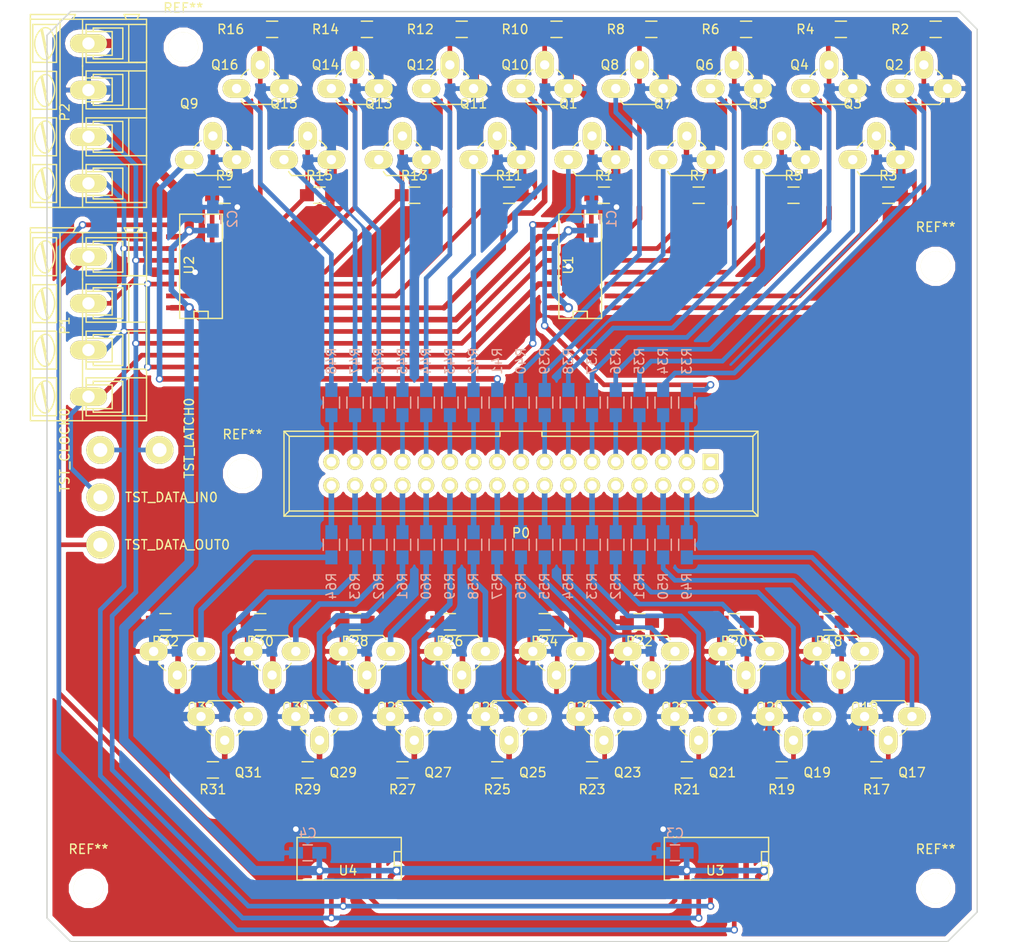
<source format=kicad_pcb>
(kicad_pcb (version 4) (host pcbnew 4.0.2-stable)
  (layers (0 F.Cu signal) (31 B.Cu signal) (34 B.Paste user hide) (35 F.Paste user hide) (36 B.SilkS user) (37 F.SilkS user) (38 B.Mask user) (39 F.Mask user) (44 Edge.Cuts user))
  (net 0 "")
  (net 1 VCC)
  (net 2 GND)
  (net 3 /CoucheA)
  (net 4 /CoucheB)
  (net 5 "Net-(P0-Pad3)")
  (net 6 "Net-(P0-Pad4)")
  (net 7 "Net-(P0-Pad5)")
  (net 8 "Net-(P0-Pad6)")
  (net 9 "Net-(P0-Pad7)")
  (net 10 "Net-(P0-Pad8)")
  (net 11 "Net-(P0-Pad9)")
  (net 12 "Net-(P0-Pad10)")
  (net 13 "Net-(P0-Pad11)")
  (net 14 "Net-(P0-Pad12)")
  (net 15 "Net-(P0-Pad13)")
  (net 16 "Net-(P0-Pad14)")
  (net 17 "Net-(P0-Pad15)")
  (net 18 "Net-(P0-Pad16)")
  (net 19 "Net-(P0-Pad17)")
  (net 20 "Net-(P0-Pad18)")
  (net 21 "Net-(P0-Pad19)")
  (net 22 "Net-(P0-Pad20)")
  (net 23 "Net-(P0-Pad21)")
  (net 24 "Net-(P0-Pad22)")
  (net 25 "Net-(P0-Pad23)")
  (net 26 "Net-(P0-Pad24)")
  (net 27 "Net-(P0-Pad25)")
  (net 28 "Net-(P0-Pad26)")
  (net 29 "Net-(P0-Pad27)")
  (net 30 "Net-(P0-Pad28)")
  (net 31 "Net-(P0-Pad29)")
  (net 32 "Net-(P0-Pad30)")
  (net 33 "Net-(P0-Pad31)")
  (net 34 "Net-(P0-Pad32)")
  (net 35 "Net-(P0-Pad33)")
  (net 36 "Net-(P0-Pad34)")
  (net 37 /DATA_IN)
  (net 38 /CLOCK)
  (net 39 /DATA_OUT)
  (net 40 /LATCH)
  (net 41 "Net-(Q1-Pad2)")
  (net 42 "Net-(Q1-Pad1)")
  (net 43 "Net-(Q2-Pad2)")
  (net 44 "Net-(Q2-Pad1)")
  (net 45 "Net-(Q3-Pad2)")
  (net 46 "Net-(Q3-Pad1)")
  (net 47 "Net-(Q4-Pad2)")
  (net 48 "Net-(Q4-Pad1)")
  (net 49 "Net-(Q5-Pad2)")
  (net 50 "Net-(Q5-Pad1)")
  (net 51 "Net-(Q6-Pad2)")
  (net 52 "Net-(Q6-Pad1)")
  (net 53 "Net-(Q7-Pad2)")
  (net 54 "Net-(Q7-Pad1)")
  (net 55 "Net-(Q8-Pad2)")
  (net 56 "Net-(Q8-Pad1)")
  (net 57 "Net-(Q9-Pad2)")
  (net 58 "Net-(Q9-Pad1)")
  (net 59 "Net-(Q10-Pad2)")
  (net 60 "Net-(Q10-Pad1)")
  (net 61 "Net-(Q11-Pad2)")
  (net 62 "Net-(Q11-Pad1)")
  (net 63 "Net-(Q12-Pad2)")
  (net 64 "Net-(Q12-Pad1)")
  (net 65 "Net-(Q13-Pad2)")
  (net 66 "Net-(Q13-Pad1)")
  (net 67 "Net-(Q14-Pad2)")
  (net 68 "Net-(Q14-Pad1)")
  (net 69 "Net-(Q15-Pad2)")
  (net 70 "Net-(Q15-Pad1)")
  (net 71 "Net-(Q16-Pad2)")
  (net 72 "Net-(Q16-Pad1)")
  (net 73 "Net-(Q17-Pad2)")
  (net 74 "Net-(Q17-Pad1)")
  (net 75 "Net-(Q18-Pad2)")
  (net 76 "Net-(Q18-Pad1)")
  (net 77 "Net-(Q19-Pad2)")
  (net 78 "Net-(Q19-Pad1)")
  (net 79 "Net-(Q20-Pad2)")
  (net 80 "Net-(Q20-Pad1)")
  (net 81 "Net-(Q21-Pad2)")
  (net 82 "Net-(Q21-Pad1)")
  (net 83 "Net-(Q22-Pad2)")
  (net 84 "Net-(Q22-Pad1)")
  (net 85 "Net-(Q23-Pad2)")
  (net 86 "Net-(Q23-Pad1)")
  (net 87 "Net-(Q24-Pad2)")
  (net 88 "Net-(Q24-Pad1)")
  (net 89 "Net-(Q25-Pad2)")
  (net 90 "Net-(Q25-Pad1)")
  (net 91 "Net-(Q26-Pad2)")
  (net 92 "Net-(Q26-Pad1)")
  (net 93 "Net-(Q27-Pad2)")
  (net 94 "Net-(Q27-Pad1)")
  (net 95 "Net-(Q28-Pad2)")
  (net 96 "Net-(Q28-Pad1)")
  (net 97 "Net-(Q29-Pad2)")
  (net 98 "Net-(Q29-Pad1)")
  (net 99 "Net-(Q30-Pad2)")
  (net 100 "Net-(Q30-Pad1)")
  (net 101 "Net-(Q31-Pad2)")
  (net 102 "Net-(Q31-Pad1)")
  (net 103 "Net-(Q32-Pad2)")
  (net 104 "Net-(Q32-Pad1)")
  (net 105 "Net-(U1-Pad9)")
  (net 106 "Net-(U2-Pad9)")
  (net 107 "Net-(U3-Pad9)")
  (module Connect:AK300-4 (layer F.Cu) (at 20.32 31.115 90)
    (fp_text reference P2 (at 7.62 -2.54 90) (layer F.SilkS))
    (fp_text value CONN_01X04)
    (pad 1 thru_hole oval (at 0 0 90) (size 1.9812 3.9624) (drill 1.3208) (layers *.Cu F.Paste F.SilkS F.Mask) (net 38 /CLOCK))
    (pad 2 thru_hole oval (at 5 0 90) (size 1.9812 3.9624) (drill 1.3208) (layers *.Cu F.Paste F.SilkS F.Mask) (net 40 /LATCH))
    (pad 4 thru_hole oval (at 15 0 90) (size 1.9812 3.9624) (drill 1.3208) (layers *.Cu F.Paste F.SilkS F.Mask) (net 1 VCC))
    (pad 3 thru_hole oval (at 10 0 90) (size 1.9812 3.9624) (drill 1.3208) (layers *.Cu *.Mask F.SilkS) (net 2 GND))
  )
  (module Capacitors_SMD:C_0805_HandSoldering (layer B.Cu) (at 74.295 34.925 90)
    (fp_text reference C1 (at 0 2.1 90) (layer B.SilkS) (effects (justify mirror)))
    (fp_text value C)
    (pad 1 smd rect (at -1.25 0 90) (size 1.5 1.25) (layers B.Cu B.Paste B.Mask) (net 1 VCC))
    (pad 2 smd rect (at 1.25 0 90) (size 1.5 1.25) (layers B.Cu B.Paste B.Mask) (net 2 GND))
  )
  (module Capacitors_SMD:C_0805_HandSoldering (layer B.Cu) (at 33.655 34.925 90)
    (fp_text reference C2 (at 0 2.1 90) (layer B.SilkS) (effects (justify mirror)))
    (fp_text value C)
    (pad 1 smd rect (at -1.25 0 90) (size 1.5 1.25) (layers B.Cu B.Paste B.Mask) (net 1 VCC))
    (pad 2 smd rect (at 1.25 0 90) (size 1.5 1.25) (layers B.Cu B.Paste B.Mask) (net 2 GND))
  )
  (module Capacitors_SMD:C_0805_HandSoldering (layer B.Cu) (at 83.185 102.87 180)
    (fp_text reference C3 (at 0 2.1 180) (layer B.SilkS) (effects (justify mirror)))
    (fp_text value C)
    (pad 1 smd rect (at -1.25 0 180) (size 1.5 1.25) (layers B.Cu B.Paste B.Mask) (net 1 VCC))
    (pad 2 smd rect (at 1.25 0 180) (size 1.5 1.25) (layers B.Cu B.Paste B.Mask) (net 2 GND))
  )
  (module Capacitors_SMD:C_0805_HandSoldering (layer B.Cu) (at 43.815 102.87 180)
    (fp_text reference C4 (at 0 2.1 180) (layer B.SilkS) (effects (justify mirror)))
    (fp_text value C)
    (pad 1 smd rect (at -1.25 0 180) (size 1.5 1.25) (layers B.Cu B.Paste B.Mask) (net 1 VCC))
    (pad 2 smd rect (at 1.25 0 180) (size 1.5 1.25) (layers B.Cu B.Paste B.Mask) (net 2 GND))
  )
  (module Connect:IDC_Header_Straight_34pins (layer F.Cu) (at 86.995 60.96 180)
    (fp_text reference P0 (at 20.32 -7.62 180) (layer F.SilkS))
    (fp_text value HE10-34)
    (pad 1 thru_hole rect (at 0 0 180) (size 1.7272 1.7272) (drill 1.016) (layers *.Cu *.Mask F.SilkS) (net 3 /CoucheA))
    (pad 2 thru_hole oval (at 0 -2.54 180) (size 1.7272 1.7272) (drill 1.016) (layers *.Cu *.Mask F.SilkS) (net 4 /CoucheB))
    (pad 3 thru_hole oval (at 2.54 0 180) (size 1.7272 1.7272) (drill 1.016) (layers *.Cu *.Mask F.SilkS) (net 5 "Net-(P0-Pad3)"))
    (pad 4 thru_hole oval (at 2.54 -2.54 180) (size 1.7272 1.7272) (drill 1.016) (layers *.Cu *.Mask F.SilkS) (net 6 "Net-(P0-Pad4)"))
    (pad 5 thru_hole oval (at 5.08 0 180) (size 1.7272 1.7272) (drill 1.016) (layers *.Cu *.Mask F.SilkS) (net 7 "Net-(P0-Pad5)"))
    (pad 6 thru_hole oval (at 5.08 -2.54 180) (size 1.7272 1.7272) (drill 1.016) (layers *.Cu *.Mask F.SilkS) (net 8 "Net-(P0-Pad6)"))
    (pad 7 thru_hole oval (at 7.62 0 180) (size 1.7272 1.7272) (drill 1.016) (layers *.Cu *.Mask F.SilkS) (net 9 "Net-(P0-Pad7)"))
    (pad 8 thru_hole oval (at 7.62 -2.54 180) (size 1.7272 1.7272) (drill 1.016) (layers *.Cu *.Mask F.SilkS) (net 10 "Net-(P0-Pad8)"))
    (pad 9 thru_hole oval (at 10.16 0 180) (size 1.7272 1.7272) (drill 1.016) (layers *.Cu *.Mask F.SilkS) (net 11 "Net-(P0-Pad9)"))
    (pad 10 thru_hole oval (at 10.16 -2.54 180) (size 1.7272 1.7272) (drill 1.016) (layers *.Cu *.Mask F.SilkS) (net 12 "Net-(P0-Pad10)"))
    (pad 11 thru_hole oval (at 12.7 0 180) (size 1.7272 1.7272) (drill 1.016) (layers *.Cu *.Mask F.SilkS) (net 13 "Net-(P0-Pad11)"))
    (pad 12 thru_hole oval (at 12.7 -2.54 180) (size 1.7272 1.7272) (drill 1.016) (layers *.Cu *.Mask F.SilkS) (net 14 "Net-(P0-Pad12)"))
    (pad 13 thru_hole oval (at 15.24 0 180) (size 1.7272 1.7272) (drill 1.016) (layers *.Cu *.Mask F.SilkS) (net 15 "Net-(P0-Pad13)"))
    (pad 14 thru_hole oval (at 15.24 -2.54 180) (size 1.7272 1.7272) (drill 1.016) (layers *.Cu *.Mask F.SilkS) (net 16 "Net-(P0-Pad14)"))
    (pad 15 thru_hole oval (at 17.78 0 180) (size 1.7272 1.7272) (drill 1.016) (layers *.Cu *.Mask F.SilkS) (net 17 "Net-(P0-Pad15)"))
    (pad 16 thru_hole oval (at 17.78 -2.54 180) (size 1.7272 1.7272) (drill 1.016) (layers *.Cu *.Mask F.SilkS) (net 18 "Net-(P0-Pad16)"))
    (pad 17 thru_hole oval (at 20.32 0 180) (size 1.7272 1.7272) (drill 1.016) (layers *.Cu *.Mask F.SilkS) (net 19 "Net-(P0-Pad17)"))
    (pad 18 thru_hole oval (at 20.32 -2.54 180) (size 1.7272 1.7272) (drill 1.016) (layers *.Cu *.Mask F.SilkS) (net 20 "Net-(P0-Pad18)"))
    (pad 19 thru_hole oval (at 22.86 0 180) (size 1.7272 1.7272) (drill 1.016) (layers *.Cu *.Mask F.SilkS) (net 21 "Net-(P0-Pad19)"))
    (pad 20 thru_hole oval (at 22.86 -2.54 180) (size 1.7272 1.7272) (drill 1.016) (layers *.Cu *.Mask F.SilkS) (net 22 "Net-(P0-Pad20)"))
    (pad 21 thru_hole oval (at 25.4 0 180) (size 1.7272 1.7272) (drill 1.016) (layers *.Cu *.Mask F.SilkS) (net 23 "Net-(P0-Pad21)"))
    (pad 22 thru_hole oval (at 25.4 -2.54 180) (size 1.7272 1.7272) (drill 1.016) (layers *.Cu *.Mask F.SilkS) (net 24 "Net-(P0-Pad22)"))
    (pad 23 thru_hole oval (at 27.94 0 180) (size 1.7272 1.7272) (drill 1.016) (layers *.Cu *.Mask F.SilkS) (net 25 "Net-(P0-Pad23)"))
    (pad 24 thru_hole oval (at 27.94 -2.54 180) (size 1.7272 1.7272) (drill 1.016) (layers *.Cu *.Mask F.SilkS) (net 26 "Net-(P0-Pad24)"))
    (pad 25 thru_hole oval (at 30.48 0 180) (size 1.7272 1.7272) (drill 1.016) (layers *.Cu *.Mask F.SilkS) (net 27 "Net-(P0-Pad25)"))
    (pad 26 thru_hole oval (at 30.48 -2.54 180) (size 1.7272 1.7272) (drill 1.016) (layers *.Cu *.Mask F.SilkS) (net 28 "Net-(P0-Pad26)"))
    (pad 27 thru_hole oval (at 33.02 0 180) (size 1.7272 1.7272) (drill 1.016) (layers *.Cu *.Mask F.SilkS) (net 29 "Net-(P0-Pad27)"))
    (pad 28 thru_hole oval (at 33.02 -2.54 180) (size 1.7272 1.7272) (drill 1.016) (layers *.Cu *.Mask F.SilkS) (net 30 "Net-(P0-Pad28)"))
    (pad 29 thru_hole oval (at 35.56 0 180) (size 1.7272 1.7272) (drill 1.016) (layers *.Cu *.Mask F.SilkS) (net 31 "Net-(P0-Pad29)"))
    (pad 30 thru_hole oval (at 35.56 -2.54 180) (size 1.7272 1.7272) (drill 1.016) (layers *.Cu *.Mask F.SilkS) (net 32 "Net-(P0-Pad30)"))
    (pad 31 thru_hole oval (at 38.1 0 180) (size 1.7272 1.7272) (drill 1.016) (layers *.Cu *.Mask F.SilkS) (net 33 "Net-(P0-Pad31)"))
    (pad 32 thru_hole oval (at 38.1 -2.54 180) (size 1.7272 1.7272) (drill 1.016) (layers *.Cu *.Mask F.SilkS) (net 34 "Net-(P0-Pad32)"))
    (pad 33 thru_hole oval (at 40.64 0 180) (size 1.7272 1.7272) (drill 1.016) (layers *.Cu *.Mask F.SilkS) (net 35 "Net-(P0-Pad33)"))
    (pad 34 thru_hole oval (at 40.64 -2.54 180) (size 1.7272 1.7272) (drill 1.016) (layers *.Cu *.Mask F.SilkS) (net 36 "Net-(P0-Pad34)"))
  )
  (module Connect:AK300-4 (layer F.Cu) (at 20.32 53.975 90)
    (fp_text reference P1 (at 7.62 -2.54 90) (layer F.SilkS))
    (fp_text value CONN_01X04)
    (pad 1 thru_hole oval (at 0 0 90) (size 1.9812 3.9624) (drill 1.3208) (layers *.Cu F.Paste F.SilkS F.Mask) (net 37 /DATA_IN))
    (pad 2 thru_hole oval (at 5 0 90) (size 1.9812 3.9624) (drill 1.3208) (layers *.Cu F.Paste F.SilkS F.Mask) (net 38 /CLOCK))
    (pad 4 thru_hole oval (at 15 0 90) (size 1.9812 3.9624) (drill 1.3208) (layers *.Cu F.Paste F.SilkS F.Mask) (net 39 /DATA_OUT))
    (pad 3 thru_hole oval (at 10 0 90) (size 1.9812 3.9624) (drill 1.3208) (layers *.Cu *.Mask F.SilkS) (net 40 /LATCH))
  )
  (module TO_SOT_Packages_THT:TO-92_Rugged (layer F.Cu) (at 71.755 28.575)
    (fp_text reference Q1 (at 0 -6) (layer F.SilkS))
    (fp_text value BS170)
    (pad 2 thru_hole oval (at 2.54 -2.54 90) (size 2.99974 1.99898) (drill 1) (layers *.Cu *.Mask F.SilkS) (net 41 "Net-(Q1-Pad2)"))
    (pad 1 thru_hole oval (at 0 0 90) (size 1.99898 2.99974) (drill 1) (layers *.Cu *.Mask F.SilkS) (net 42 "Net-(Q1-Pad1)"))
    (pad 3 thru_hole oval (at 5.08 0 90) (size 1.99898 2.99974) (drill 1) (layers *.Cu *.Mask F.SilkS) (net 2 GND))
  )
  (module TO_SOT_Packages_THT:TO-92_Rugged (layer F.Cu) (at 107.315 20.955)
    (fp_text reference Q2 (at -0.635 -2.54) (layer F.SilkS))
    (fp_text value BS170)
    (pad 2 thru_hole oval (at 2.54 -2.54 90) (size 2.99974 1.99898) (drill 1) (layers *.Cu *.Mask F.SilkS) (net 43 "Net-(Q2-Pad2)"))
    (pad 1 thru_hole oval (at 0 0 90) (size 1.99898 2.99974) (drill 1) (layers *.Cu *.Mask F.SilkS) (net 44 "Net-(Q2-Pad1)"))
    (pad 3 thru_hole oval (at 5.08 0 90) (size 1.99898 2.99974) (drill 1) (layers *.Cu *.Mask F.SilkS) (net 2 GND))
  )
  (module TO_SOT_Packages_THT:TO-92_Rugged (layer F.Cu) (at 102.235 28.575)
    (fp_text reference Q3 (at 0 -6) (layer F.SilkS))
    (fp_text value BS170)
    (pad 2 thru_hole oval (at 2.54 -2.54 90) (size 2.99974 1.99898) (drill 1) (layers *.Cu *.Mask F.SilkS) (net 45 "Net-(Q3-Pad2)"))
    (pad 1 thru_hole oval (at 0 0 90) (size 1.99898 2.99974) (drill 1) (layers *.Cu *.Mask F.SilkS) (net 46 "Net-(Q3-Pad1)"))
    (pad 3 thru_hole oval (at 5.08 0 90) (size 1.99898 2.99974) (drill 1) (layers *.Cu *.Mask F.SilkS) (net 2 GND))
  )
  (module TO_SOT_Packages_THT:TO-92_Rugged (layer F.Cu) (at 97.155 20.955)
    (fp_text reference Q4 (at -0.635 -2.54) (layer F.SilkS))
    (fp_text value BS170)
    (pad 2 thru_hole oval (at 2.54 -2.54 90) (size 2.99974 1.99898) (drill 1) (layers *.Cu *.Mask F.SilkS) (net 47 "Net-(Q4-Pad2)"))
    (pad 1 thru_hole oval (at 0 0 90) (size 1.99898 2.99974) (drill 1) (layers *.Cu *.Mask F.SilkS) (net 48 "Net-(Q4-Pad1)"))
    (pad 3 thru_hole oval (at 5.08 0 90) (size 1.99898 2.99974) (drill 1) (layers *.Cu *.Mask F.SilkS) (net 2 GND))
  )
  (module TO_SOT_Packages_THT:TO-92_Rugged (layer F.Cu) (at 92.075 28.575)
    (fp_text reference Q5 (at 0 -6) (layer F.SilkS))
    (fp_text value BS170)
    (pad 2 thru_hole oval (at 2.54 -2.54 90) (size 2.99974 1.99898) (drill 1) (layers *.Cu *.Mask F.SilkS) (net 49 "Net-(Q5-Pad2)"))
    (pad 1 thru_hole oval (at 0 0 90) (size 1.99898 2.99974) (drill 1) (layers *.Cu *.Mask F.SilkS) (net 50 "Net-(Q5-Pad1)"))
    (pad 3 thru_hole oval (at 5.08 0 90) (size 1.99898 2.99974) (drill 1) (layers *.Cu *.Mask F.SilkS) (net 2 GND))
  )
  (module TO_SOT_Packages_THT:TO-92_Rugged (layer F.Cu) (at 86.995 20.955)
    (fp_text reference Q6 (at -0.635 -2.54) (layer F.SilkS))
    (fp_text value BS170)
    (pad 2 thru_hole oval (at 2.54 -2.54 90) (size 2.99974 1.99898) (drill 1) (layers *.Cu *.Mask F.SilkS) (net 51 "Net-(Q6-Pad2)"))
    (pad 1 thru_hole oval (at 0 0 90) (size 1.99898 2.99974) (drill 1) (layers *.Cu *.Mask F.SilkS) (net 52 "Net-(Q6-Pad1)"))
    (pad 3 thru_hole oval (at 5.08 0 90) (size 1.99898 2.99974) (drill 1) (layers *.Cu *.Mask F.SilkS) (net 2 GND))
  )
  (module TO_SOT_Packages_THT:TO-92_Rugged (layer F.Cu) (at 81.915 28.575)
    (fp_text reference Q7 (at 0 -6) (layer F.SilkS))
    (fp_text value BS170)
    (pad 2 thru_hole oval (at 2.54 -2.54 90) (size 2.99974 1.99898) (drill 1) (layers *.Cu *.Mask F.SilkS) (net 53 "Net-(Q7-Pad2)"))
    (pad 1 thru_hole oval (at 0 0 90) (size 1.99898 2.99974) (drill 1) (layers *.Cu *.Mask F.SilkS) (net 54 "Net-(Q7-Pad1)"))
    (pad 3 thru_hole oval (at 5.08 0 90) (size 1.99898 2.99974) (drill 1) (layers *.Cu *.Mask F.SilkS) (net 2 GND))
  )
  (module TO_SOT_Packages_THT:TO-92_Rugged (layer F.Cu) (at 76.835 20.955)
    (fp_text reference Q8 (at -0.635 -2.54) (layer F.SilkS))
    (fp_text value BS170)
    (pad 2 thru_hole oval (at 2.54 -2.54 90) (size 2.99974 1.99898) (drill 1) (layers *.Cu *.Mask F.SilkS) (net 55 "Net-(Q8-Pad2)"))
    (pad 1 thru_hole oval (at 0 0 90) (size 1.99898 2.99974) (drill 1) (layers *.Cu *.Mask F.SilkS) (net 56 "Net-(Q8-Pad1)"))
    (pad 3 thru_hole oval (at 5.08 0 90) (size 1.99898 2.99974) (drill 1) (layers *.Cu *.Mask F.SilkS) (net 2 GND))
  )
  (module TO_SOT_Packages_THT:TO-92_Rugged (layer F.Cu) (at 31.115 28.575)
    (fp_text reference Q9 (at 0 -6) (layer F.SilkS))
    (fp_text value BS170)
    (pad 2 thru_hole oval (at 2.54 -2.54 90) (size 2.99974 1.99898) (drill 1) (layers *.Cu *.Mask F.SilkS) (net 57 "Net-(Q9-Pad2)"))
    (pad 1 thru_hole oval (at 0 0 90) (size 1.99898 2.99974) (drill 1) (layers *.Cu *.Mask F.SilkS) (net 58 "Net-(Q9-Pad1)"))
    (pad 3 thru_hole oval (at 5.08 0 90) (size 1.99898 2.99974) (drill 1) (layers *.Cu *.Mask F.SilkS) (net 2 GND))
  )
  (module TO_SOT_Packages_THT:TO-92_Rugged (layer F.Cu) (at 66.675 20.955)
    (fp_text reference Q10 (at -0.635 -2.54) (layer F.SilkS))
    (fp_text value BS170)
    (pad 2 thru_hole oval (at 2.54 -2.54 90) (size 2.99974 1.99898) (drill 1) (layers *.Cu *.Mask F.SilkS) (net 59 "Net-(Q10-Pad2)"))
    (pad 1 thru_hole oval (at 0 0 90) (size 1.99898 2.99974) (drill 1) (layers *.Cu *.Mask F.SilkS) (net 60 "Net-(Q10-Pad1)"))
    (pad 3 thru_hole oval (at 5.08 0 90) (size 1.99898 2.99974) (drill 1) (layers *.Cu *.Mask F.SilkS) (net 2 GND))
  )
  (module TO_SOT_Packages_THT:TO-92_Rugged (layer F.Cu) (at 61.595 28.575)
    (fp_text reference Q11 (at 0 -6) (layer F.SilkS))
    (fp_text value BS170)
    (pad 2 thru_hole oval (at 2.54 -2.54 90) (size 2.99974 1.99898) (drill 1) (layers *.Cu *.Mask F.SilkS) (net 61 "Net-(Q11-Pad2)"))
    (pad 1 thru_hole oval (at 0 0 90) (size 1.99898 2.99974) (drill 1) (layers *.Cu *.Mask F.SilkS) (net 62 "Net-(Q11-Pad1)"))
    (pad 3 thru_hole oval (at 5.08 0 90) (size 1.99898 2.99974) (drill 1) (layers *.Cu *.Mask F.SilkS) (net 2 GND))
  )
  (module TO_SOT_Packages_THT:TO-92_Rugged (layer F.Cu) (at 56.515 20.955)
    (fp_text reference Q12 (at -0.635 -2.54) (layer F.SilkS))
    (fp_text value BS170)
    (pad 2 thru_hole oval (at 2.54 -2.54 90) (size 2.99974 1.99898) (drill 1) (layers *.Cu *.Mask F.SilkS) (net 63 "Net-(Q12-Pad2)"))
    (pad 1 thru_hole oval (at 0 0 90) (size 1.99898 2.99974) (drill 1) (layers *.Cu *.Mask F.SilkS) (net 64 "Net-(Q12-Pad1)"))
    (pad 3 thru_hole oval (at 5.08 0 90) (size 1.99898 2.99974) (drill 1) (layers *.Cu *.Mask F.SilkS) (net 2 GND))
  )
  (module TO_SOT_Packages_THT:TO-92_Rugged (layer F.Cu) (at 51.435 28.575)
    (fp_text reference Q13 (at 0 -6) (layer F.SilkS))
    (fp_text value BS170)
    (pad 2 thru_hole oval (at 2.54 -2.54 90) (size 2.99974 1.99898) (drill 1) (layers *.Cu *.Mask F.SilkS) (net 65 "Net-(Q13-Pad2)"))
    (pad 1 thru_hole oval (at 0 0 90) (size 1.99898 2.99974) (drill 1) (layers *.Cu *.Mask F.SilkS) (net 66 "Net-(Q13-Pad1)"))
    (pad 3 thru_hole oval (at 5.08 0 90) (size 1.99898 2.99974) (drill 1) (layers *.Cu *.Mask F.SilkS) (net 2 GND))
  )
  (module TO_SOT_Packages_THT:TO-92_Rugged (layer F.Cu) (at 46.355 20.955)
    (fp_text reference Q14 (at -0.635 -2.54) (layer F.SilkS))
    (fp_text value BS170)
    (pad 2 thru_hole oval (at 2.54 -2.54 90) (size 2.99974 1.99898) (drill 1) (layers *.Cu *.Mask F.SilkS) (net 67 "Net-(Q14-Pad2)"))
    (pad 1 thru_hole oval (at 0 0 90) (size 1.99898 2.99974) (drill 1) (layers *.Cu *.Mask F.SilkS) (net 68 "Net-(Q14-Pad1)"))
    (pad 3 thru_hole oval (at 5.08 0 90) (size 1.99898 2.99974) (drill 1) (layers *.Cu *.Mask F.SilkS) (net 2 GND))
  )
  (module TO_SOT_Packages_THT:TO-92_Rugged (layer F.Cu) (at 41.275 28.575)
    (fp_text reference Q15 (at 0 -6) (layer F.SilkS))
    (fp_text value BS170)
    (pad 2 thru_hole oval (at 2.54 -2.54 90) (size 2.99974 1.99898) (drill 1) (layers *.Cu *.Mask F.SilkS) (net 69 "Net-(Q15-Pad2)"))
    (pad 1 thru_hole oval (at 0 0 90) (size 1.99898 2.99974) (drill 1) (layers *.Cu *.Mask F.SilkS) (net 70 "Net-(Q15-Pad1)"))
    (pad 3 thru_hole oval (at 5.08 0 90) (size 1.99898 2.99974) (drill 1) (layers *.Cu *.Mask F.SilkS) (net 2 GND))
  )
  (module TO_SOT_Packages_THT:TO-92_Rugged (layer F.Cu) (at 36.195 20.955)
    (fp_text reference Q16 (at -1.27 -2.54) (layer F.SilkS))
    (fp_text value BS170)
    (pad 2 thru_hole oval (at 2.54 -2.54 90) (size 2.99974 1.99898) (drill 1) (layers *.Cu *.Mask F.SilkS) (net 71 "Net-(Q16-Pad2)"))
    (pad 1 thru_hole oval (at 0 0 90) (size 1.99898 2.99974) (drill 1) (layers *.Cu *.Mask F.SilkS) (net 72 "Net-(Q16-Pad1)"))
    (pad 3 thru_hole oval (at 5.08 0 90) (size 1.99898 2.99974) (drill 1) (layers *.Cu *.Mask F.SilkS) (net 2 GND))
  )
  (module TO_SOT_Packages_THT:TO-92_Rugged (layer F.Cu) (at 108.585 88.265 180)
    (fp_text reference Q17 (at 0 -6 180) (layer F.SilkS))
    (fp_text value BS170)
    (pad 2 thru_hole oval (at 2.54 -2.54 270) (size 2.99974 1.99898) (drill 1) (layers *.Cu *.Mask F.SilkS) (net 73 "Net-(Q17-Pad2)"))
    (pad 1 thru_hole oval (at 0 0 270) (size 1.99898 2.99974) (drill 1) (layers *.Cu *.Mask F.SilkS) (net 74 "Net-(Q17-Pad1)"))
    (pad 3 thru_hole oval (at 5.08 0 270) (size 1.99898 2.99974) (drill 1) (layers *.Cu *.Mask F.SilkS) (net 2 GND))
  )
  (module TO_SOT_Packages_THT:TO-92_Rugged (layer F.Cu) (at 103.505 81.28 180)
    (fp_text reference Q18 (at 0 -6 180) (layer F.SilkS))
    (fp_text value BS170)
    (pad 2 thru_hole oval (at 2.54 -2.54 270) (size 2.99974 1.99898) (drill 1) (layers *.Cu *.Mask F.SilkS) (net 75 "Net-(Q18-Pad2)"))
    (pad 1 thru_hole oval (at 0 0 270) (size 1.99898 2.99974) (drill 1) (layers *.Cu *.Mask F.SilkS) (net 76 "Net-(Q18-Pad1)"))
    (pad 3 thru_hole oval (at 5.08 0 270) (size 1.99898 2.99974) (drill 1) (layers *.Cu *.Mask F.SilkS) (net 2 GND))
  )
  (module TO_SOT_Packages_THT:TO-92_Rugged (layer F.Cu) (at 98.425 88.265 180)
    (fp_text reference Q19 (at 0 -6 180) (layer F.SilkS))
    (fp_text value BS170)
    (pad 2 thru_hole oval (at 2.54 -2.54 270) (size 2.99974 1.99898) (drill 1) (layers *.Cu *.Mask F.SilkS) (net 77 "Net-(Q19-Pad2)"))
    (pad 1 thru_hole oval (at 0 0 270) (size 1.99898 2.99974) (drill 1) (layers *.Cu *.Mask F.SilkS) (net 78 "Net-(Q19-Pad1)"))
    (pad 3 thru_hole oval (at 5.08 0 270) (size 1.99898 2.99974) (drill 1) (layers *.Cu *.Mask F.SilkS) (net 2 GND))
  )
  (module TO_SOT_Packages_THT:TO-92_Rugged (layer F.Cu) (at 93.345 81.28 180)
    (fp_text reference Q20 (at 0 -6 180) (layer F.SilkS))
    (fp_text value BS170)
    (pad 2 thru_hole oval (at 2.54 -2.54 270) (size 2.99974 1.99898) (drill 1) (layers *.Cu *.Mask F.SilkS) (net 79 "Net-(Q20-Pad2)"))
    (pad 1 thru_hole oval (at 0 0 270) (size 1.99898 2.99974) (drill 1) (layers *.Cu *.Mask F.SilkS) (net 80 "Net-(Q20-Pad1)"))
    (pad 3 thru_hole oval (at 5.08 0 270) (size 1.99898 2.99974) (drill 1) (layers *.Cu *.Mask F.SilkS) (net 2 GND))
  )
  (module TO_SOT_Packages_THT:TO-92_Rugged (layer F.Cu) (at 88.265 88.265 180)
    (fp_text reference Q21 (at 0 -6 180) (layer F.SilkS))
    (fp_text value BS170)
    (pad 2 thru_hole oval (at 2.54 -2.54 270) (size 2.99974 1.99898) (drill 1) (layers *.Cu *.Mask F.SilkS) (net 81 "Net-(Q21-Pad2)"))
    (pad 1 thru_hole oval (at 0 0 270) (size 1.99898 2.99974) (drill 1) (layers *.Cu *.Mask F.SilkS) (net 82 "Net-(Q21-Pad1)"))
    (pad 3 thru_hole oval (at 5.08 0 270) (size 1.99898 2.99974) (drill 1) (layers *.Cu *.Mask F.SilkS) (net 2 GND))
  )
  (module TO_SOT_Packages_THT:TO-92_Rugged (layer F.Cu) (at 83.185 81.28 180)
    (fp_text reference Q22 (at 0 -6 180) (layer F.SilkS))
    (fp_text value BS170)
    (pad 2 thru_hole oval (at 2.54 -2.54 270) (size 2.99974 1.99898) (drill 1) (layers *.Cu *.Mask F.SilkS) (net 83 "Net-(Q22-Pad2)"))
    (pad 1 thru_hole oval (at 0 0 270) (size 1.99898 2.99974) (drill 1) (layers *.Cu *.Mask F.SilkS) (net 84 "Net-(Q22-Pad1)"))
    (pad 3 thru_hole oval (at 5.08 0 270) (size 1.99898 2.99974) (drill 1) (layers *.Cu *.Mask F.SilkS) (net 2 GND))
  )
  (module TO_SOT_Packages_THT:TO-92_Rugged (layer F.Cu) (at 78.105 88.265 180)
    (fp_text reference Q23 (at 0 -6 180) (layer F.SilkS))
    (fp_text value BS170)
    (pad 2 thru_hole oval (at 2.54 -2.54 270) (size 2.99974 1.99898) (drill 1) (layers *.Cu *.Mask F.SilkS) (net 85 "Net-(Q23-Pad2)"))
    (pad 1 thru_hole oval (at 0 0 270) (size 1.99898 2.99974) (drill 1) (layers *.Cu *.Mask F.SilkS) (net 86 "Net-(Q23-Pad1)"))
    (pad 3 thru_hole oval (at 5.08 0 270) (size 1.99898 2.99974) (drill 1) (layers *.Cu *.Mask F.SilkS) (net 2 GND))
  )
  (module TO_SOT_Packages_THT:TO-92_Rugged (layer F.Cu) (at 73.025 81.28 180)
    (fp_text reference Q24 (at 0 -6 180) (layer F.SilkS))
    (fp_text value BS170)
    (pad 2 thru_hole oval (at 2.54 -2.54 270) (size 2.99974 1.99898) (drill 1) (layers *.Cu *.Mask F.SilkS) (net 87 "Net-(Q24-Pad2)"))
    (pad 1 thru_hole oval (at 0 0 270) (size 1.99898 2.99974) (drill 1) (layers *.Cu *.Mask F.SilkS) (net 88 "Net-(Q24-Pad1)"))
    (pad 3 thru_hole oval (at 5.08 0 270) (size 1.99898 2.99974) (drill 1) (layers *.Cu *.Mask F.SilkS) (net 2 GND))
  )
  (module TO_SOT_Packages_THT:TO-92_Rugged (layer F.Cu) (at 67.945 88.265 180)
    (fp_text reference Q25 (at 0 -6 180) (layer F.SilkS))
    (fp_text value BS170)
    (pad 2 thru_hole oval (at 2.54 -2.54 270) (size 2.99974 1.99898) (drill 1) (layers *.Cu *.Mask F.SilkS) (net 89 "Net-(Q25-Pad2)"))
    (pad 1 thru_hole oval (at 0 0 270) (size 1.99898 2.99974) (drill 1) (layers *.Cu *.Mask F.SilkS) (net 90 "Net-(Q25-Pad1)"))
    (pad 3 thru_hole oval (at 5.08 0 270) (size 1.99898 2.99974) (drill 1) (layers *.Cu *.Mask F.SilkS) (net 2 GND))
  )
  (module TO_SOT_Packages_THT:TO-92_Rugged (layer F.Cu) (at 62.865 81.28 180)
    (fp_text reference Q26 (at 0 -6 180) (layer F.SilkS))
    (fp_text value BS170)
    (pad 2 thru_hole oval (at 2.54 -2.54 270) (size 2.99974 1.99898) (drill 1) (layers *.Cu *.Mask F.SilkS) (net 91 "Net-(Q26-Pad2)"))
    (pad 1 thru_hole oval (at 0 0 270) (size 1.99898 2.99974) (drill 1) (layers *.Cu *.Mask F.SilkS) (net 92 "Net-(Q26-Pad1)"))
    (pad 3 thru_hole oval (at 5.08 0 270) (size 1.99898 2.99974) (drill 1) (layers *.Cu *.Mask F.SilkS) (net 2 GND))
  )
  (module TO_SOT_Packages_THT:TO-92_Rugged (layer F.Cu) (at 57.785 88.265 180)
    (fp_text reference Q27 (at 0 -6 180) (layer F.SilkS))
    (fp_text value BS170)
    (pad 2 thru_hole oval (at 2.54 -2.54 270) (size 2.99974 1.99898) (drill 1) (layers *.Cu *.Mask F.SilkS) (net 93 "Net-(Q27-Pad2)"))
    (pad 1 thru_hole oval (at 0 0 270) (size 1.99898 2.99974) (drill 1) (layers *.Cu *.Mask F.SilkS) (net 94 "Net-(Q27-Pad1)"))
    (pad 3 thru_hole oval (at 5.08 0 270) (size 1.99898 2.99974) (drill 1) (layers *.Cu *.Mask F.SilkS) (net 2 GND))
  )
  (module TO_SOT_Packages_THT:TO-92_Rugged (layer F.Cu) (at 52.705 81.28 180)
    (fp_text reference Q28 (at 0 -6 180) (layer F.SilkS))
    (fp_text value BS170)
    (pad 2 thru_hole oval (at 2.54 -2.54 270) (size 2.99974 1.99898) (drill 1) (layers *.Cu *.Mask F.SilkS) (net 95 "Net-(Q28-Pad2)"))
    (pad 1 thru_hole oval (at 0 0 270) (size 1.99898 2.99974) (drill 1) (layers *.Cu *.Mask F.SilkS) (net 96 "Net-(Q28-Pad1)"))
    (pad 3 thru_hole oval (at 5.08 0 270) (size 1.99898 2.99974) (drill 1) (layers *.Cu *.Mask F.SilkS) (net 2 GND))
  )
  (module TO_SOT_Packages_THT:TO-92_Rugged (layer F.Cu) (at 47.625 88.265 180)
    (fp_text reference Q29 (at 0 -6 180) (layer F.SilkS))
    (fp_text value BS170)
    (pad 2 thru_hole oval (at 2.54 -2.54 270) (size 2.99974 1.99898) (drill 1) (layers *.Cu *.Mask F.SilkS) (net 97 "Net-(Q29-Pad2)"))
    (pad 1 thru_hole oval (at 0 0 270) (size 1.99898 2.99974) (drill 1) (layers *.Cu *.Mask F.SilkS) (net 98 "Net-(Q29-Pad1)"))
    (pad 3 thru_hole oval (at 5.08 0 270) (size 1.99898 2.99974) (drill 1) (layers *.Cu *.Mask F.SilkS) (net 2 GND))
  )
  (module TO_SOT_Packages_THT:TO-92_Rugged (layer F.Cu) (at 42.545 81.28 180)
    (fp_text reference Q30 (at 0 -6 180) (layer F.SilkS))
    (fp_text value BS170)
    (pad 2 thru_hole oval (at 2.54 -2.54 270) (size 2.99974 1.99898) (drill 1) (layers *.Cu *.Mask F.SilkS) (net 99 "Net-(Q30-Pad2)"))
    (pad 1 thru_hole oval (at 0 0 270) (size 1.99898 2.99974) (drill 1) (layers *.Cu *.Mask F.SilkS) (net 100 "Net-(Q30-Pad1)"))
    (pad 3 thru_hole oval (at 5.08 0 270) (size 1.99898 2.99974) (drill 1) (layers *.Cu *.Mask F.SilkS) (net 2 GND))
  )
  (module TO_SOT_Packages_THT:TO-92_Rugged (layer F.Cu) (at 37.465 88.265 180)
    (fp_text reference Q31 (at 0 -6 180) (layer F.SilkS))
    (fp_text value BS170)
    (pad 2 thru_hole oval (at 2.54 -2.54 270) (size 2.99974 1.99898) (drill 1) (layers *.Cu *.Mask F.SilkS) (net 101 "Net-(Q31-Pad2)"))
    (pad 1 thru_hole oval (at 0 0 270) (size 1.99898 2.99974) (drill 1) (layers *.Cu *.Mask F.SilkS) (net 102 "Net-(Q31-Pad1)"))
    (pad 3 thru_hole oval (at 5.08 0 270) (size 1.99898 2.99974) (drill 1) (layers *.Cu *.Mask F.SilkS) (net 2 GND))
  )
  (module TO_SOT_Packages_THT:TO-92_Rugged (layer F.Cu) (at 32.385 81.28 180)
    (fp_text reference Q32 (at 0 -6 180) (layer F.SilkS))
    (fp_text value BS170)
    (pad 2 thru_hole oval (at 2.54 -2.54 270) (size 2.99974 1.99898) (drill 1) (layers *.Cu *.Mask F.SilkS) (net 103 "Net-(Q32-Pad2)"))
    (pad 1 thru_hole oval (at 0 0 270) (size 1.99898 2.99974) (drill 1) (layers *.Cu *.Mask F.SilkS) (net 104 "Net-(Q32-Pad1)"))
    (pad 3 thru_hole oval (at 5.08 0 270) (size 1.99898 2.99974) (drill 1) (layers *.Cu *.Mask F.SilkS) (net 2 GND))
  )
  (module Resistors_SMD:R_0805_HandSoldering (layer F.Cu) (at 75.565 32.385)
    (fp_text reference R1 (at 0 -2.1) (layer F.SilkS))
    (fp_text value R)
    (pad 1 smd rect (at -1.35 0) (size 1.5 1.3) (layers F.Cu F.Paste F.Mask) (net 41 "Net-(Q1-Pad2)"))
    (pad 2 smd rect (at 1.35 0) (size 1.5 1.3) (layers F.Cu F.Paste F.Mask) (net 2 GND))
  )
  (module Resistors_SMD:R_0805_HandSoldering (layer F.Cu) (at 111.125 14.605)
    (fp_text reference R2 (at -3.81 0) (layer F.SilkS))
    (fp_text value R)
    (pad 1 smd rect (at -1.35 0) (size 1.5 1.3) (layers F.Cu F.Paste F.Mask) (net 43 "Net-(Q2-Pad2)"))
    (pad 2 smd rect (at 1.35 0) (size 1.5 1.3) (layers F.Cu F.Paste F.Mask) (net 2 GND))
  )
  (module Resistors_SMD:R_0805_HandSoldering (layer F.Cu) (at 106.045 32.385)
    (fp_text reference R3 (at 0 -2.1) (layer F.SilkS))
    (fp_text value R)
    (pad 1 smd rect (at -1.35 0) (size 1.5 1.3) (layers F.Cu F.Paste F.Mask) (net 45 "Net-(Q3-Pad2)"))
    (pad 2 smd rect (at 1.35 0) (size 1.5 1.3) (layers F.Cu F.Paste F.Mask) (net 2 GND))
  )
  (module Resistors_SMD:R_0805_HandSoldering (layer F.Cu) (at 100.965 14.605)
    (fp_text reference R4 (at -3.81 0) (layer F.SilkS))
    (fp_text value R)
    (pad 1 smd rect (at -1.35 0) (size 1.5 1.3) (layers F.Cu F.Paste F.Mask) (net 47 "Net-(Q4-Pad2)"))
    (pad 2 smd rect (at 1.35 0) (size 1.5 1.3) (layers F.Cu F.Paste F.Mask) (net 2 GND))
  )
  (module Resistors_SMD:R_0805_HandSoldering (layer F.Cu) (at 95.885 32.385)
    (fp_text reference R5 (at 0 -2.1) (layer F.SilkS))
    (fp_text value R)
    (pad 1 smd rect (at -1.35 0) (size 1.5 1.3) (layers F.Cu F.Paste F.Mask) (net 49 "Net-(Q5-Pad2)"))
    (pad 2 smd rect (at 1.35 0) (size 1.5 1.3) (layers F.Cu F.Paste F.Mask) (net 2 GND))
  )
  (module Resistors_SMD:R_0805_HandSoldering (layer F.Cu) (at 90.805 14.605)
    (fp_text reference R6 (at -3.81 0) (layer F.SilkS))
    (fp_text value R)
    (pad 1 smd rect (at -1.35 0) (size 1.5 1.3) (layers F.Cu F.Paste F.Mask) (net 51 "Net-(Q6-Pad2)"))
    (pad 2 smd rect (at 1.35 0) (size 1.5 1.3) (layers F.Cu F.Paste F.Mask) (net 2 GND))
  )
  (module Resistors_SMD:R_0805_HandSoldering (layer F.Cu) (at 85.725 32.385)
    (fp_text reference R7 (at 0 -2.1) (layer F.SilkS))
    (fp_text value R)
    (pad 1 smd rect (at -1.35 0) (size 1.5 1.3) (layers F.Cu F.Paste F.Mask) (net 53 "Net-(Q7-Pad2)"))
    (pad 2 smd rect (at 1.35 0) (size 1.5 1.3) (layers F.Cu F.Paste F.Mask) (net 2 GND))
  )
  (module Resistors_SMD:R_0805_HandSoldering (layer F.Cu) (at 80.645 14.605)
    (fp_text reference R8 (at -3.81 0) (layer F.SilkS))
    (fp_text value R)
    (pad 1 smd rect (at -1.35 0) (size 1.5 1.3) (layers F.Cu F.Paste F.Mask) (net 55 "Net-(Q8-Pad2)"))
    (pad 2 smd rect (at 1.35 0) (size 1.5 1.3) (layers F.Cu F.Paste F.Mask) (net 2 GND))
  )
  (module Resistors_SMD:R_0805_HandSoldering (layer F.Cu) (at 34.925 32.385)
    (fp_text reference R9 (at 0 -2.1) (layer F.SilkS))
    (fp_text value R)
    (pad 1 smd rect (at -1.35 0) (size 1.5 1.3) (layers F.Cu F.Paste F.Mask) (net 57 "Net-(Q9-Pad2)"))
    (pad 2 smd rect (at 1.35 0) (size 1.5 1.3) (layers F.Cu F.Paste F.Mask) (net 2 GND))
  )
  (module Resistors_SMD:R_0805_HandSoldering (layer F.Cu) (at 70.485 14.605)
    (fp_text reference R10 (at -4.445 0) (layer F.SilkS))
    (fp_text value R)
    (pad 1 smd rect (at -1.35 0) (size 1.5 1.3) (layers F.Cu F.Paste F.Mask) (net 59 "Net-(Q10-Pad2)"))
    (pad 2 smd rect (at 1.35 0) (size 1.5 1.3) (layers F.Cu F.Paste F.Mask) (net 2 GND))
  )
  (module Resistors_SMD:R_0805_HandSoldering (layer F.Cu) (at 65.405 32.385)
    (fp_text reference R11 (at 0 -2.1) (layer F.SilkS))
    (fp_text value R)
    (pad 1 smd rect (at -1.35 0) (size 1.5 1.3) (layers F.Cu F.Paste F.Mask) (net 61 "Net-(Q11-Pad2)"))
    (pad 2 smd rect (at 1.35 0) (size 1.5 1.3) (layers F.Cu F.Paste F.Mask) (net 2 GND))
  )
  (module Resistors_SMD:R_0805_HandSoldering (layer F.Cu) (at 60.325 14.605)
    (fp_text reference R12 (at -4.445 0) (layer F.SilkS))
    (fp_text value R)
    (pad 1 smd rect (at -1.35 0) (size 1.5 1.3) (layers F.Cu F.Paste F.Mask) (net 63 "Net-(Q12-Pad2)"))
    (pad 2 smd rect (at 1.35 0) (size 1.5 1.3) (layers F.Cu F.Paste F.Mask) (net 2 GND))
  )
  (module Resistors_SMD:R_0805_HandSoldering (layer F.Cu) (at 55.245 32.385)
    (fp_text reference R13 (at 0 -2.1) (layer F.SilkS))
    (fp_text value R)
    (pad 1 smd rect (at -1.35 0) (size 1.5 1.3) (layers F.Cu F.Paste F.Mask) (net 65 "Net-(Q13-Pad2)"))
    (pad 2 smd rect (at 1.35 0) (size 1.5 1.3) (layers F.Cu F.Paste F.Mask) (net 2 GND))
  )
  (module Resistors_SMD:R_0805_HandSoldering (layer F.Cu) (at 50.165 14.605)
    (fp_text reference R14 (at -4.445 0) (layer F.SilkS))
    (fp_text value R)
    (pad 1 smd rect (at -1.35 0) (size 1.5 1.3) (layers F.Cu F.Paste F.Mask) (net 67 "Net-(Q14-Pad2)"))
    (pad 2 smd rect (at 1.35 0) (size 1.5 1.3) (layers F.Cu F.Paste F.Mask) (net 2 GND))
  )
  (module Resistors_SMD:R_0805_HandSoldering (layer F.Cu) (at 45.085 32.385)
    (fp_text reference R15 (at 0 -2.1) (layer F.SilkS))
    (fp_text value R)
    (pad 1 smd rect (at -1.35 0) (size 1.5 1.3) (layers F.Cu F.Paste F.Mask) (net 69 "Net-(Q15-Pad2)"))
    (pad 2 smd rect (at 1.35 0) (size 1.5 1.3) (layers F.Cu F.Paste F.Mask) (net 2 GND))
  )
  (module Resistors_SMD:R_0805_HandSoldering (layer F.Cu) (at 40.005 14.605)
    (fp_text reference R16 (at -4.445 0) (layer F.SilkS))
    (fp_text value R)
    (pad 1 smd rect (at -1.35 0) (size 1.5 1.3) (layers F.Cu F.Paste F.Mask) (net 71 "Net-(Q16-Pad2)"))
    (pad 2 smd rect (at 1.35 0) (size 1.5 1.3) (layers F.Cu F.Paste F.Mask) (net 2 GND))
  )
  (module Resistors_SMD:R_0805_HandSoldering (layer F.Cu) (at 104.775 93.98 180)
    (fp_text reference R17 (at 0 -2.1 180) (layer F.SilkS))
    (fp_text value R)
    (pad 1 smd rect (at -1.35 0 180) (size 1.5 1.3) (layers F.Cu F.Paste F.Mask) (net 73 "Net-(Q17-Pad2)"))
    (pad 2 smd rect (at 1.35 0 180) (size 1.5 1.3) (layers F.Cu F.Paste F.Mask) (net 2 GND))
  )
  (module Resistors_SMD:R_0805_HandSoldering (layer F.Cu) (at 99.695 78.105 180)
    (fp_text reference R18 (at 0 -2.1 180) (layer F.SilkS))
    (fp_text value R)
    (pad 1 smd rect (at -1.35 0 180) (size 1.5 1.3) (layers F.Cu F.Paste F.Mask) (net 75 "Net-(Q18-Pad2)"))
    (pad 2 smd rect (at 1.35 0 180) (size 1.5 1.3) (layers F.Cu F.Paste F.Mask) (net 2 GND))
  )
  (module Resistors_SMD:R_0805_HandSoldering (layer F.Cu) (at 94.615 93.98 180)
    (fp_text reference R19 (at 0 -2.1 180) (layer F.SilkS))
    (fp_text value R)
    (pad 1 smd rect (at -1.35 0 180) (size 1.5 1.3) (layers F.Cu F.Paste F.Mask) (net 77 "Net-(Q19-Pad2)"))
    (pad 2 smd rect (at 1.35 0 180) (size 1.5 1.3) (layers F.Cu F.Paste F.Mask) (net 2 GND))
  )
  (module Resistors_SMD:R_0805_HandSoldering (layer F.Cu) (at 89.535 78.105 180)
    (fp_text reference R20 (at 0 -2.1 180) (layer F.SilkS))
    (fp_text value R)
    (pad 1 smd rect (at -1.35 0 180) (size 1.5 1.3) (layers F.Cu F.Paste F.Mask) (net 79 "Net-(Q20-Pad2)"))
    (pad 2 smd rect (at 1.35 0 180) (size 1.5 1.3) (layers F.Cu F.Paste F.Mask) (net 2 GND))
  )
  (module Resistors_SMD:R_0805_HandSoldering (layer F.Cu) (at 84.455 93.98 180)
    (fp_text reference R21 (at 0 -2.1 180) (layer F.SilkS))
    (fp_text value R)
    (pad 1 smd rect (at -1.35 0 180) (size 1.5 1.3) (layers F.Cu F.Paste F.Mask) (net 81 "Net-(Q21-Pad2)"))
    (pad 2 smd rect (at 1.35 0 180) (size 1.5 1.3) (layers F.Cu F.Paste F.Mask) (net 2 GND))
  )
  (module Resistors_SMD:R_0805_HandSoldering (layer F.Cu) (at 74.295 93.98 180)
    (fp_text reference R23 (at 0 -2.1 180) (layer F.SilkS))
    (fp_text value R)
    (pad 1 smd rect (at -1.35 0 180) (size 1.5 1.3) (layers F.Cu F.Paste F.Mask) (net 85 "Net-(Q23-Pad2)"))
    (pad 2 smd rect (at 1.35 0 180) (size 1.5 1.3) (layers F.Cu F.Paste F.Mask) (net 2 GND))
  )
  (module Resistors_SMD:R_0805_HandSoldering (layer F.Cu) (at 69.215 78.105 180)
    (fp_text reference R24 (at 0 -2.1 180) (layer F.SilkS))
    (fp_text value R)
    (pad 1 smd rect (at -1.35 0 180) (size 1.5 1.3) (layers F.Cu F.Paste F.Mask) (net 87 "Net-(Q24-Pad2)"))
    (pad 2 smd rect (at 1.35 0 180) (size 1.5 1.3) (layers F.Cu F.Paste F.Mask) (net 2 GND))
  )
  (module Resistors_SMD:R_0805_HandSoldering (layer F.Cu) (at 64.135 93.98 180)
    (fp_text reference R25 (at 0 -2.1 180) (layer F.SilkS))
    (fp_text value R)
    (pad 1 smd rect (at -1.35 0 180) (size 1.5 1.3) (layers F.Cu F.Paste F.Mask) (net 89 "Net-(Q25-Pad2)"))
    (pad 2 smd rect (at 1.35 0 180) (size 1.5 1.3) (layers F.Cu F.Paste F.Mask) (net 2 GND))
  )
  (module Resistors_SMD:R_0805_HandSoldering (layer F.Cu) (at 59.055 78.105 180)
    (fp_text reference R26 (at 0 -2.1 180) (layer F.SilkS))
    (fp_text value R)
    (pad 1 smd rect (at -1.35 0 180) (size 1.5 1.3) (layers F.Cu F.Paste F.Mask) (net 91 "Net-(Q26-Pad2)"))
    (pad 2 smd rect (at 1.35 0 180) (size 1.5 1.3) (layers F.Cu F.Paste F.Mask) (net 2 GND))
  )
  (module Resistors_SMD:R_0805_HandSoldering (layer F.Cu) (at 53.975 93.98 180)
    (fp_text reference R27 (at 0 -2.1 180) (layer F.SilkS))
    (fp_text value R)
    (pad 1 smd rect (at -1.35 0 180) (size 1.5 1.3) (layers F.Cu F.Paste F.Mask) (net 93 "Net-(Q27-Pad2)"))
    (pad 2 smd rect (at 1.35 0 180) (size 1.5 1.3) (layers F.Cu F.Paste F.Mask) (net 2 GND))
  )
  (module Resistors_SMD:R_0805_HandSoldering (layer F.Cu) (at 48.895 78.105 180)
    (fp_text reference R28 (at 0 -2.1 180) (layer F.SilkS))
    (fp_text value R)
    (pad 1 smd rect (at -1.35 0 180) (size 1.5 1.3) (layers F.Cu F.Paste F.Mask) (net 95 "Net-(Q28-Pad2)"))
    (pad 2 smd rect (at 1.35 0 180) (size 1.5 1.3) (layers F.Cu F.Paste F.Mask) (net 2 GND))
  )
  (module Resistors_SMD:R_0805_HandSoldering (layer F.Cu) (at 43.815 93.98 180)
    (fp_text reference R29 (at 0 -2.1 180) (layer F.SilkS))
    (fp_text value R)
    (pad 1 smd rect (at -1.35 0 180) (size 1.5 1.3) (layers F.Cu F.Paste F.Mask) (net 97 "Net-(Q29-Pad2)"))
    (pad 2 smd rect (at 1.35 0 180) (size 1.5 1.3) (layers F.Cu F.Paste F.Mask) (net 2 GND))
  )
  (module Resistors_SMD:R_0805_HandSoldering (layer F.Cu) (at 38.735 78.105 180)
    (fp_text reference R30 (at 0 -2.1 180) (layer F.SilkS))
    (fp_text value R)
    (pad 1 smd rect (at -1.35 0 180) (size 1.5 1.3) (layers F.Cu F.Paste F.Mask) (net 99 "Net-(Q30-Pad2)"))
    (pad 2 smd rect (at 1.35 0 180) (size 1.5 1.3) (layers F.Cu F.Paste F.Mask) (net 2 GND))
  )
  (module Resistors_SMD:R_0805_HandSoldering (layer F.Cu) (at 33.655 93.98 180)
    (fp_text reference R31 (at 0 -2.1 180) (layer F.SilkS))
    (fp_text value R)
    (pad 1 smd rect (at -1.35 0 180) (size 1.5 1.3) (layers F.Cu F.Paste F.Mask) (net 101 "Net-(Q31-Pad2)"))
    (pad 2 smd rect (at 1.35 0 180) (size 1.5 1.3) (layers F.Cu F.Paste F.Mask) (net 2 GND))
  )
  (module Resistors_SMD:R_0805_HandSoldering (layer F.Cu) (at 28.575 78.105 180)
    (fp_text reference R32 (at 0 -2.1 180) (layer F.SilkS))
    (fp_text value R)
    (pad 1 smd rect (at -1.35 0 180) (size 1.5 1.3) (layers F.Cu F.Paste F.Mask) (net 103 "Net-(Q32-Pad2)"))
    (pad 2 smd rect (at 1.35 0 180) (size 1.5 1.3) (layers F.Cu F.Paste F.Mask) (net 2 GND))
  )
  (module Resistors_SMD:R_0805_HandSoldering (layer B.Cu) (at 84.455 54.61 270)
    (fp_text reference R33 (at -4.445 0 270) (layer B.SilkS) (effects (justify mirror)))
    (fp_text value R)
    (pad 1 smd rect (at -1.35 0 270) (size 1.5 1.3) (layers B.Cu B.Paste B.Mask) (net 42 "Net-(Q1-Pad1)"))
    (pad 2 smd rect (at 1.35 0 270) (size 1.5 1.3) (layers B.Cu B.Paste B.Mask) (net 5 "Net-(P0-Pad3)"))
  )
  (module Resistors_SMD:R_0805_HandSoldering (layer B.Cu) (at 81.915 54.61 90)
    (fp_text reference R34 (at 4.445 0 90) (layer B.SilkS) (effects (justify mirror)))
    (fp_text value R)
    (pad 1 smd rect (at -1.35 0 90) (size 1.5 1.3) (layers B.Cu B.Paste B.Mask) (net 7 "Net-(P0-Pad5)"))
    (pad 2 smd rect (at 1.35 0 90) (size 1.5 1.3) (layers B.Cu B.Paste B.Mask) (net 44 "Net-(Q2-Pad1)"))
  )
  (module Resistors_SMD:R_0805_HandSoldering (layer B.Cu) (at 79.375 54.61 90)
    (fp_text reference R35 (at 4.445 0 90) (layer B.SilkS) (effects (justify mirror)))
    (fp_text value R)
    (pad 1 smd rect (at -1.35 0 90) (size 1.5 1.3) (layers B.Cu B.Paste B.Mask) (net 9 "Net-(P0-Pad7)"))
    (pad 2 smd rect (at 1.35 0 90) (size 1.5 1.3) (layers B.Cu B.Paste B.Mask) (net 46 "Net-(Q3-Pad1)"))
  )
  (module Resistors_SMD:R_0805_HandSoldering (layer B.Cu) (at 76.835 54.61 90)
    (fp_text reference R36 (at 4.445 0 90) (layer B.SilkS) (effects (justify mirror)))
    (fp_text value R)
    (pad 1 smd rect (at -1.35 0 90) (size 1.5 1.3) (layers B.Cu B.Paste B.Mask) (net 11 "Net-(P0-Pad9)"))
    (pad 2 smd rect (at 1.35 0 90) (size 1.5 1.3) (layers B.Cu B.Paste B.Mask) (net 48 "Net-(Q4-Pad1)"))
  )
  (module Resistors_SMD:R_0805_HandSoldering (layer B.Cu) (at 74.295 54.61 270)
    (fp_text reference R37 (at -4.445 0 270) (layer B.SilkS) (effects (justify mirror)))
    (fp_text value R)
    (pad 1 smd rect (at -1.35 0 270) (size 1.5 1.3) (layers B.Cu B.Paste B.Mask) (net 50 "Net-(Q5-Pad1)"))
    (pad 2 smd rect (at 1.35 0 270) (size 1.5 1.3) (layers B.Cu B.Paste B.Mask) (net 13 "Net-(P0-Pad11)"))
  )
  (module Resistors_SMD:R_0805_HandSoldering (layer B.Cu) (at 71.755 54.61 90)
    (fp_text reference R38 (at 4.445 0 90) (layer B.SilkS) (effects (justify mirror)))
    (fp_text value R)
    (pad 1 smd rect (at -1.35 0 90) (size 1.5 1.3) (layers B.Cu B.Paste B.Mask) (net 15 "Net-(P0-Pad13)"))
    (pad 2 smd rect (at 1.35 0 90) (size 1.5 1.3) (layers B.Cu B.Paste B.Mask) (net 52 "Net-(Q6-Pad1)"))
  )
  (module Resistors_SMD:R_0805_HandSoldering (layer B.Cu) (at 69.215 54.61 90)
    (fp_text reference R39 (at 4.445 0 90) (layer B.SilkS) (effects (justify mirror)))
    (fp_text value R)
    (pad 1 smd rect (at -1.35 0 90) (size 1.5 1.3) (layers B.Cu B.Paste B.Mask) (net 17 "Net-(P0-Pad15)"))
    (pad 2 smd rect (at 1.35 0 90) (size 1.5 1.3) (layers B.Cu B.Paste B.Mask) (net 54 "Net-(Q7-Pad1)"))
  )
  (module Resistors_SMD:R_0805_HandSoldering (layer B.Cu) (at 66.675 54.61 90)
    (fp_text reference R40 (at 4.445 0 90) (layer B.SilkS) (effects (justify mirror)))
    (fp_text value R)
    (pad 1 smd rect (at -1.35 0 90) (size 1.5 1.3) (layers B.Cu B.Paste B.Mask) (net 19 "Net-(P0-Pad17)"))
    (pad 2 smd rect (at 1.35 0 90) (size 1.5 1.3) (layers B.Cu B.Paste B.Mask) (net 56 "Net-(Q8-Pad1)"))
  )
  (module Resistors_SMD:R_0805_HandSoldering (layer B.Cu) (at 64.135 54.61 270)
    (fp_text reference R41 (at -4.445 0 270) (layer B.SilkS) (effects (justify mirror)))
    (fp_text value R)
    (pad 1 smd rect (at -1.35 0 270) (size 1.5 1.3) (layers B.Cu B.Paste B.Mask) (net 58 "Net-(Q9-Pad1)"))
    (pad 2 smd rect (at 1.35 0 270) (size 1.5 1.3) (layers B.Cu B.Paste B.Mask) (net 21 "Net-(P0-Pad19)"))
  )
  (module Resistors_SMD:R_0805_HandSoldering (layer B.Cu) (at 61.595 54.61 90)
    (fp_text reference R42 (at 4.445 0 90) (layer B.SilkS) (effects (justify mirror)))
    (fp_text value R)
    (pad 1 smd rect (at -1.35 0 90) (size 1.5 1.3) (layers B.Cu B.Paste B.Mask) (net 23 "Net-(P0-Pad21)"))
    (pad 2 smd rect (at 1.35 0 90) (size 1.5 1.3) (layers B.Cu B.Paste B.Mask) (net 60 "Net-(Q10-Pad1)"))
  )
  (module Resistors_SMD:R_0805_HandSoldering (layer B.Cu) (at 59.055 54.61 90)
    (fp_text reference R43 (at 4.445 0 90) (layer B.SilkS) (effects (justify mirror)))
    (fp_text value R)
    (pad 1 smd rect (at -1.35 0 90) (size 1.5 1.3) (layers B.Cu B.Paste B.Mask) (net 25 "Net-(P0-Pad23)"))
    (pad 2 smd rect (at 1.35 0 90) (size 1.5 1.3) (layers B.Cu B.Paste B.Mask) (net 62 "Net-(Q11-Pad1)"))
  )
  (module Resistors_SMD:R_0805_HandSoldering (layer B.Cu) (at 56.515 54.61 90)
    (fp_text reference R44 (at 4.445 0 90) (layer B.SilkS) (effects (justify mirror)))
    (fp_text value R)
    (pad 1 smd rect (at -1.35 0 90) (size 1.5 1.3) (layers B.Cu B.Paste B.Mask) (net 27 "Net-(P0-Pad25)"))
    (pad 2 smd rect (at 1.35 0 90) (size 1.5 1.3) (layers B.Cu B.Paste B.Mask) (net 64 "Net-(Q12-Pad1)"))
  )
  (module Resistors_SMD:R_0805_HandSoldering (layer B.Cu) (at 53.975 54.61 270)
    (fp_text reference R45 (at -4.445 0 270) (layer B.SilkS) (effects (justify mirror)))
    (fp_text value R)
    (pad 1 smd rect (at -1.35 0 270) (size 1.5 1.3) (layers B.Cu B.Paste B.Mask) (net 66 "Net-(Q13-Pad1)"))
    (pad 2 smd rect (at 1.35 0 270) (size 1.5 1.3) (layers B.Cu B.Paste B.Mask) (net 29 "Net-(P0-Pad27)"))
  )
  (module Resistors_SMD:R_0805_HandSoldering (layer B.Cu) (at 51.435 54.61 90)
    (fp_text reference R46 (at 4.445 0 90) (layer B.SilkS) (effects (justify mirror)))
    (fp_text value R)
    (pad 1 smd rect (at -1.35 0 90) (size 1.5 1.3) (layers B.Cu B.Paste B.Mask) (net 31 "Net-(P0-Pad29)"))
    (pad 2 smd rect (at 1.35 0 90) (size 1.5 1.3) (layers B.Cu B.Paste B.Mask) (net 68 "Net-(Q14-Pad1)"))
  )
  (module Resistors_SMD:R_0805_HandSoldering (layer B.Cu) (at 48.895 54.61 90)
    (fp_text reference R47 (at 4.445 0 90) (layer B.SilkS) (effects (justify mirror)))
    (fp_text value R)
    (pad 1 smd rect (at -1.35 0 90) (size 1.5 1.3) (layers B.Cu B.Paste B.Mask) (net 33 "Net-(P0-Pad31)"))
    (pad 2 smd rect (at 1.35 0 90) (size 1.5 1.3) (layers B.Cu B.Paste B.Mask) (net 70 "Net-(Q15-Pad1)"))
  )
  (module Resistors_SMD:R_0805_HandSoldering (layer B.Cu) (at 46.355 54.61 90)
    (fp_text reference R48 (at 4.445 0 90) (layer B.SilkS) (effects (justify mirror)))
    (fp_text value R)
    (pad 1 smd rect (at -1.35 0 90) (size 1.5 1.3) (layers B.Cu B.Paste B.Mask) (net 35 "Net-(P0-Pad33)"))
    (pad 2 smd rect (at 1.35 0 90) (size 1.5 1.3) (layers B.Cu B.Paste B.Mask) (net 72 "Net-(Q16-Pad1)"))
  )
  (module Resistors_SMD:R_0805_HandSoldering (layer B.Cu) (at 84.455 69.85 270)
    (fp_text reference R49 (at 4.445 0 270) (layer B.SilkS) (effects (justify mirror)))
    (fp_text value R)
    (pad 1 smd rect (at -1.35 0 270) (size 1.5 1.3) (layers B.Cu B.Paste B.Mask) (net 6 "Net-(P0-Pad4)"))
    (pad 2 smd rect (at 1.35 0 270) (size 1.5 1.3) (layers B.Cu B.Paste B.Mask) (net 74 "Net-(Q17-Pad1)"))
  )
  (module Resistors_SMD:R_0805_HandSoldering (layer B.Cu) (at 81.915 69.85 90)
    (fp_text reference R50 (at -4.445 0 90) (layer B.SilkS) (effects (justify mirror)))
    (fp_text value R)
    (pad 1 smd rect (at -1.35 0 90) (size 1.5 1.3) (layers B.Cu B.Paste B.Mask) (net 76 "Net-(Q18-Pad1)"))
    (pad 2 smd rect (at 1.35 0 90) (size 1.5 1.3) (layers B.Cu B.Paste B.Mask) (net 8 "Net-(P0-Pad6)"))
  )
  (module Resistors_SMD:R_0805_HandSoldering (layer B.Cu) (at 79.375 69.85 90)
    (fp_text reference R51 (at -4.445 0 90) (layer B.SilkS) (effects (justify mirror)))
    (fp_text value R)
    (pad 1 smd rect (at -1.35 0 90) (size 1.5 1.3) (layers B.Cu B.Paste B.Mask) (net 78 "Net-(Q19-Pad1)"))
    (pad 2 smd rect (at 1.35 0 90) (size 1.5 1.3) (layers B.Cu B.Paste B.Mask) (net 10 "Net-(P0-Pad8)"))
  )
  (module Resistors_SMD:R_0805_HandSoldering (layer B.Cu) (at 76.835 69.85 90)
    (fp_text reference R52 (at -4.445 0 90) (layer B.SilkS) (effects (justify mirror)))
    (fp_text value R)
    (pad 1 smd rect (at -1.35 0 90) (size 1.5 1.3) (layers B.Cu B.Paste B.Mask) (net 80 "Net-(Q20-Pad1)"))
    (pad 2 smd rect (at 1.35 0 90) (size 1.5 1.3) (layers B.Cu B.Paste B.Mask) (net 12 "Net-(P0-Pad10)"))
  )
  (module Resistors_SMD:R_0805_HandSoldering (layer B.Cu) (at 74.295 69.85 270)
    (fp_text reference R53 (at 4.445 0 270) (layer B.SilkS) (effects (justify mirror)))
    (fp_text value R)
    (pad 1 smd rect (at -1.35 0 270) (size 1.5 1.3) (layers B.Cu B.Paste B.Mask) (net 14 "Net-(P0-Pad12)"))
    (pad 2 smd rect (at 1.35 0 270) (size 1.5 1.3) (layers B.Cu B.Paste B.Mask) (net 82 "Net-(Q21-Pad1)"))
  )
  (module Resistors_SMD:R_0805_HandSoldering (layer B.Cu) (at 71.755 69.85 90)
    (fp_text reference R54 (at -4.445 0 90) (layer B.SilkS) (effects (justify mirror)))
    (fp_text value R)
    (pad 1 smd rect (at -1.35 0 90) (size 1.5 1.3) (layers B.Cu B.Paste B.Mask) (net 84 "Net-(Q22-Pad1)"))
    (pad 2 smd rect (at 1.35 0 90) (size 1.5 1.3) (layers B.Cu B.Paste B.Mask) (net 16 "Net-(P0-Pad14)"))
  )
  (module Resistors_SMD:R_0805_HandSoldering (layer B.Cu) (at 69.215 69.85 90)
    (fp_text reference R55 (at -4.445 0 90) (layer B.SilkS) (effects (justify mirror)))
    (fp_text value R)
    (pad 1 smd rect (at -1.35 0 90) (size 1.5 1.3) (layers B.Cu B.Paste B.Mask) (net 86 "Net-(Q23-Pad1)"))
    (pad 2 smd rect (at 1.35 0 90) (size 1.5 1.3) (layers B.Cu B.Paste B.Mask) (net 18 "Net-(P0-Pad16)"))
  )
  (module Resistors_SMD:R_0805_HandSoldering (layer B.Cu) (at 66.675 69.85 90)
    (fp_text reference R56 (at -4.445 0 90) (layer B.SilkS) (effects (justify mirror)))
    (fp_text value R)
    (pad 1 smd rect (at -1.35 0 90) (size 1.5 1.3) (layers B.Cu B.Paste B.Mask) (net 88 "Net-(Q24-Pad1)"))
    (pad 2 smd rect (at 1.35 0 90) (size 1.5 1.3) (layers B.Cu B.Paste B.Mask) (net 20 "Net-(P0-Pad18)"))
  )
  (module Resistors_SMD:R_0805_HandSoldering (layer B.Cu) (at 64.135 69.85 270)
    (fp_text reference R57 (at 4.445 0 270) (layer B.SilkS) (effects (justify mirror)))
    (fp_text value R)
    (pad 1 smd rect (at -1.35 0 270) (size 1.5 1.3) (layers B.Cu B.Paste B.Mask) (net 22 "Net-(P0-Pad20)"))
    (pad 2 smd rect (at 1.35 0 270) (size 1.5 1.3) (layers B.Cu B.Paste B.Mask) (net 90 "Net-(Q25-Pad1)"))
  )
  (module Resistors_SMD:R_0805_HandSoldering (layer B.Cu) (at 61.595 69.85 90)
    (fp_text reference R58 (at -4.445 0 90) (layer B.SilkS) (effects (justify mirror)))
    (fp_text value R)
    (pad 1 smd rect (at -1.35 0 90) (size 1.5 1.3) (layers B.Cu B.Paste B.Mask) (net 92 "Net-(Q26-Pad1)"))
    (pad 2 smd rect (at 1.35 0 90) (size 1.5 1.3) (layers B.Cu B.Paste B.Mask) (net 24 "Net-(P0-Pad22)"))
  )
  (module Resistors_SMD:R_0805_HandSoldering (layer B.Cu) (at 59.055 69.85 90)
    (fp_text reference R59 (at -4.445 0 90) (layer B.SilkS) (effects (justify mirror)))
    (fp_text value R)
    (pad 1 smd rect (at -1.35 0 90) (size 1.5 1.3) (layers B.Cu B.Paste B.Mask) (net 94 "Net-(Q27-Pad1)"))
    (pad 2 smd rect (at 1.35 0 90) (size 1.5 1.3) (layers B.Cu B.Paste B.Mask) (net 26 "Net-(P0-Pad24)"))
  )
  (module Resistors_SMD:R_0805_HandSoldering (layer B.Cu) (at 56.515 69.85 90)
    (fp_text reference R60 (at -4.445 0 90) (layer B.SilkS) (effects (justify mirror)))
    (fp_text value R)
    (pad 1 smd rect (at -1.35 0 90) (size 1.5 1.3) (layers B.Cu B.Paste B.Mask) (net 96 "Net-(Q28-Pad1)"))
    (pad 2 smd rect (at 1.35 0 90) (size 1.5 1.3) (layers B.Cu B.Paste B.Mask) (net 28 "Net-(P0-Pad26)"))
  )
  (module Resistors_SMD:R_0805_HandSoldering (layer B.Cu) (at 53.975 69.85 270)
    (fp_text reference R61 (at 4.445 0 270) (layer B.SilkS) (effects (justify mirror)))
    (fp_text value R)
    (pad 1 smd rect (at -1.35 0 270) (size 1.5 1.3) (layers B.Cu B.Paste B.Mask) (net 30 "Net-(P0-Pad28)"))
    (pad 2 smd rect (at 1.35 0 270) (size 1.5 1.3) (layers B.Cu B.Paste B.Mask) (net 98 "Net-(Q29-Pad1)"))
  )
  (module Resistors_SMD:R_0805_HandSoldering (layer B.Cu) (at 51.435 69.85 90)
    (fp_text reference R62 (at -4.445 0 90) (layer B.SilkS) (effects (justify mirror)))
    (fp_text value R)
    (pad 1 smd rect (at -1.35 0 90) (size 1.5 1.3) (layers B.Cu B.Paste B.Mask) (net 100 "Net-(Q30-Pad1)"))
    (pad 2 smd rect (at 1.35 0 90) (size 1.5 1.3) (layers B.Cu B.Paste B.Mask) (net 32 "Net-(P0-Pad30)"))
  )
  (module Resistors_SMD:R_0805_HandSoldering (layer B.Cu) (at 48.895 69.85 90)
    (fp_text reference R63 (at -4.445 0 90) (layer B.SilkS) (effects (justify mirror)))
    (fp_text value R)
    (pad 1 smd rect (at -1.35 0 90) (size 1.5 1.3) (layers B.Cu B.Paste B.Mask) (net 102 "Net-(Q31-Pad1)"))
    (pad 2 smd rect (at 1.35 0 90) (size 1.5 1.3) (layers B.Cu B.Paste B.Mask) (net 34 "Net-(P0-Pad32)"))
  )
  (module Resistors_SMD:R_0805_HandSoldering (layer B.Cu) (at 46.355 69.85 90)
    (fp_text reference R64 (at -4.445 0 90) (layer B.SilkS) (effects (justify mirror)))
    (fp_text value R)
    (pad 1 smd rect (at -1.35 0 90) (size 1.5 1.3) (layers B.Cu B.Paste B.Mask) (net 104 "Net-(Q32-Pad1)"))
    (pad 2 smd rect (at 1.35 0 90) (size 1.5 1.3) (layers B.Cu B.Paste B.Mask) (net 36 "Net-(P0-Pad34)"))
  )
  (module Measurement_Points:Measurement_Point_Round-TH_Big (layer F.Cu) (at 21.59 59.69)
    (fp_text reference TST_CLOCK0 (at -3.81 0 90) (layer F.SilkS))
    (fp_text value TEST_1P)
    (pad 1 thru_hole circle (at 0 0) (size 3 3) (drill 1.5) (layers *.Cu *.Mask F.SilkS) (net 38 /CLOCK))
  )
  (module Measurement_Points:Measurement_Point_Round-TH_Big (layer F.Cu) (at 21.59 64.77)
    (fp_text reference TST_DATA_IN0 (at 7.62 0) (layer F.SilkS))
    (fp_text value TEST_1P)
    (pad 1 thru_hole circle (at 0 0) (size 3 3) (drill 1.5) (layers *.Cu *.Mask F.SilkS) (net 37 /DATA_IN))
  )
  (module Measurement_Points:Measurement_Point_Round-TH_Big (layer F.Cu) (at 21.59 69.85)
    (fp_text reference TST_DATA_OUT0 (at 8.255 0) (layer F.SilkS))
    (fp_text value TEST_1P)
    (pad 1 thru_hole circle (at 0 0) (size 3 3) (drill 1.5) (layers *.Cu *.Mask F.SilkS) (net 39 /DATA_OUT))
  )
  (module Measurement_Points:Measurement_Point_Round-TH_Big (layer F.Cu) (at 27.94 59.69)
    (fp_text reference TST_LATCH0 (at 3.175 -1.27 90) (layer F.SilkS))
    (fp_text value TEST_1P)
    (pad 1 thru_hole circle (at 0 0) (size 3 3) (drill 1.5) (layers *.Cu *.Mask F.SilkS) (net 40 /LATCH))
  )
  (module SMD_Packages:SO-16-N (layer F.Cu) (at 73.025 40.005 90)
    (fp_text reference U1 (at 0.127 -1.27 90) (layer F.SilkS))
    (fp_text value 74HC595)
    (pad 16 smd rect (at -4.445 -3.175 90) (size 0.508 1.143) (layers F.Cu F.Paste F.Mask) (net 1 VCC))
    (pad 14 smd rect (at -1.905 -3.175 90) (size 0.508 1.143) (layers F.Cu F.Paste F.Mask) (net 37 /DATA_IN))
    (pad 13 smd rect (at -0.635 -3.175 90) (size 0.508 1.143) (layers F.Cu F.Paste F.Mask) (net 2 GND))
    (pad 12 smd rect (at 0.635 -3.175 90) (size 0.508 1.143) (layers F.Cu F.Paste F.Mask) (net 40 /LATCH))
    (pad 11 smd rect (at 1.905 -3.175 90) (size 0.508 1.143) (layers F.Cu F.Paste F.Mask) (net 38 /CLOCK))
    (pad 10 smd rect (at 3.175 -3.175 90) (size 0.508 1.143) (layers F.Cu F.Paste F.Mask) (net 1 VCC))
    (pad 9 smd rect (at 4.445 -3.175 90) (size 0.508 1.143) (layers F.Cu F.Paste F.Mask) (net 105 "Net-(U1-Pad9)"))
    (pad 8 smd rect (at 4.445 3.175 90) (size 0.508 1.143) (layers F.Cu F.Paste F.Mask) (net 2 GND))
    (pad 7 smd rect (at 3.175 3.175 90) (size 0.508 1.143) (layers F.Cu F.Paste F.Mask) (net 55 "Net-(Q8-Pad2)"))
    (pad 6 smd rect (at 1.905 3.175 90) (size 0.508 1.143) (layers F.Cu F.Paste F.Mask) (net 53 "Net-(Q7-Pad2)"))
    (pad 5 smd rect (at 0.635 3.175 90) (size 0.508 1.143) (layers F.Cu F.Paste F.Mask) (net 51 "Net-(Q6-Pad2)"))
    (pad 4 smd rect (at -0.635 3.175 90) (size 0.508 1.143) (layers F.Cu F.Paste F.Mask) (net 49 "Net-(Q5-Pad2)"))
    (pad 3 smd rect (at -1.905 3.175 90) (size 0.508 1.143) (layers F.Cu F.Paste F.Mask) (net 47 "Net-(Q4-Pad2)"))
    (pad 2 smd rect (at -3.175 3.175 90) (size 0.508 1.143) (layers F.Cu F.Paste F.Mask) (net 45 "Net-(Q3-Pad2)"))
    (pad 1 smd rect (at -4.445 3.175 90) (size 0.508 1.143) (layers F.Cu F.Paste F.Mask) (net 43 "Net-(Q2-Pad2)"))
    (pad 15 smd rect (at -3.175 -3.175 90) (size 0.508 1.143) (layers F.Cu F.Paste F.Mask) (net 41 "Net-(Q1-Pad2)"))
  )
  (module SMD_Packages:SO-16-N (layer F.Cu) (at 32.385 40.005 90)
    (fp_text reference U2 (at 0.127 -1.27 90) (layer F.SilkS))
    (fp_text value 74HC595)
    (pad 16 smd rect (at -4.445 -3.175 90) (size 0.508 1.143) (layers F.Cu F.Paste F.Mask) (net 1 VCC))
    (pad 14 smd rect (at -1.905 -3.175 90) (size 0.508 1.143) (layers F.Cu F.Paste F.Mask) (net 105 "Net-(U1-Pad9)"))
    (pad 13 smd rect (at -0.635 -3.175 90) (size 0.508 1.143) (layers F.Cu F.Paste F.Mask) (net 2 GND))
    (pad 12 smd rect (at 0.635 -3.175 90) (size 0.508 1.143) (layers F.Cu F.Paste F.Mask) (net 40 /LATCH))
    (pad 11 smd rect (at 1.905 -3.175 90) (size 0.508 1.143) (layers F.Cu F.Paste F.Mask) (net 38 /CLOCK))
    (pad 10 smd rect (at 3.175 -3.175 90) (size 0.508 1.143) (layers F.Cu F.Paste F.Mask) (net 1 VCC))
    (pad 9 smd rect (at 4.445 -3.175 90) (size 0.508 1.143) (layers F.Cu F.Paste F.Mask) (net 106 "Net-(U2-Pad9)"))
    (pad 8 smd rect (at 4.445 3.175 90) (size 0.508 1.143) (layers F.Cu F.Paste F.Mask) (net 2 GND))
    (pad 7 smd rect (at 3.175 3.175 90) (size 0.508 1.143) (layers F.Cu F.Paste F.Mask) (net 71 "Net-(Q16-Pad2)"))
    (pad 6 smd rect (at 1.905 3.175 90) (size 0.508 1.143) (layers F.Cu F.Paste F.Mask) (net 69 "Net-(Q15-Pad2)"))
    (pad 5 smd rect (at 0.635 3.175 90) (size 0.508 1.143) (layers F.Cu F.Paste F.Mask) (net 67 "Net-(Q14-Pad2)"))
    (pad 4 smd rect (at -0.635 3.175 90) (size 0.508 1.143) (layers F.Cu F.Paste F.Mask) (net 65 "Net-(Q13-Pad2)"))
    (pad 3 smd rect (at -1.905 3.175 90) (size 0.508 1.143) (layers F.Cu F.Paste F.Mask) (net 63 "Net-(Q12-Pad2)"))
    (pad 2 smd rect (at -3.175 3.175 90) (size 0.508 1.143) (layers F.Cu F.Paste F.Mask) (net 61 "Net-(Q11-Pad2)"))
    (pad 1 smd rect (at -4.445 3.175 90) (size 0.508 1.143) (layers F.Cu F.Paste F.Mask) (net 59 "Net-(Q10-Pad2)"))
    (pad 15 smd rect (at -3.175 -3.175 90) (size 0.508 1.143) (layers F.Cu F.Paste F.Mask) (net 57 "Net-(Q9-Pad2)"))
  )
  (module SMD_Packages:SO-16-N (layer F.Cu) (at 87.63 103.505 180)
    (fp_text reference U3 (at 0.127 -1.27 180) (layer F.SilkS))
    (fp_text value 74HC595)
    (pad 16 smd rect (at -4.445 -3.175 180) (size 0.508 1.143) (layers F.Cu F.Paste F.Mask) (net 1 VCC))
    (pad 14 smd rect (at -1.905 -3.175 180) (size 0.508 1.143) (layers F.Cu F.Paste F.Mask) (net 106 "Net-(U2-Pad9)"))
    (pad 13 smd rect (at -0.635 -3.175 180) (size 0.508 1.143) (layers F.Cu F.Paste F.Mask) (net 2 GND))
    (pad 12 smd rect (at 0.635 -3.175 180) (size 0.508 1.143) (layers F.Cu F.Paste F.Mask) (net 40 /LATCH))
    (pad 11 smd rect (at 1.905 -3.175 180) (size 0.508 1.143) (layers F.Cu F.Paste F.Mask) (net 38 /CLOCK))
    (pad 10 smd rect (at 3.175 -3.175 180) (size 0.508 1.143) (layers F.Cu F.Paste F.Mask) (net 1 VCC))
    (pad 9 smd rect (at 4.445 -3.175 180) (size 0.508 1.143) (layers F.Cu F.Paste F.Mask) (net 107 "Net-(U3-Pad9)"))
    (pad 8 smd rect (at 4.445 3.175 180) (size 0.508 1.143) (layers F.Cu F.Paste F.Mask) (net 2 GND))
    (pad 7 smd rect (at 3.175 3.175 180) (size 0.508 1.143) (layers F.Cu F.Paste F.Mask) (net 87 "Net-(Q24-Pad2)"))
    (pad 6 smd rect (at 1.905 3.175 180) (size 0.508 1.143) (layers F.Cu F.Paste F.Mask) (net 85 "Net-(Q23-Pad2)"))
    (pad 5 smd rect (at 0.635 3.175 180) (size 0.508 1.143) (layers F.Cu F.Paste F.Mask) (net 83 "Net-(Q22-Pad2)"))
    (pad 4 smd rect (at -0.635 3.175 180) (size 0.508 1.143) (layers F.Cu F.Paste F.Mask) (net 81 "Net-(Q21-Pad2)"))
    (pad 3 smd rect (at -1.905 3.175 180) (size 0.508 1.143) (layers F.Cu F.Paste F.Mask) (net 79 "Net-(Q20-Pad2)"))
    (pad 2 smd rect (at -3.175 3.175 180) (size 0.508 1.143) (layers F.Cu F.Paste F.Mask) (net 77 "Net-(Q19-Pad2)"))
    (pad 1 smd rect (at -4.445 3.175 180) (size 0.508 1.143) (layers F.Cu F.Paste F.Mask) (net 75 "Net-(Q18-Pad2)"))
    (pad 15 smd rect (at -3.175 -3.175 180) (size 0.508 1.143) (layers F.Cu F.Paste F.Mask) (net 73 "Net-(Q17-Pad2)"))
  )
  (module SMD_Packages:SO-16-N (layer F.Cu) (at 48.26 103.505 180)
    (fp_text reference U4 (at 0.127 -1.27 180) (layer F.SilkS))
    (fp_text value 74HC595)
    (pad 16 smd rect (at -4.445 -3.175 180) (size 0.508 1.143) (layers F.Cu F.Paste F.Mask) (net 1 VCC))
    (pad 14 smd rect (at -1.905 -3.175 180) (size 0.508 1.143) (layers F.Cu F.Paste F.Mask) (net 107 "Net-(U3-Pad9)"))
    (pad 13 smd rect (at -0.635 -3.175 180) (size 0.508 1.143) (layers F.Cu F.Paste F.Mask) (net 2 GND))
    (pad 12 smd rect (at 0.635 -3.175 180) (size 0.508 1.143) (layers F.Cu F.Paste F.Mask) (net 40 /LATCH))
    (pad 11 smd rect (at 1.905 -3.175 180) (size 0.508 1.143) (layers F.Cu F.Paste F.Mask) (net 38 /CLOCK))
    (pad 10 smd rect (at 3.175 -3.175 180) (size 0.508 1.143) (layers F.Cu F.Paste F.Mask) (net 1 VCC))
    (pad 9 smd rect (at 4.445 -3.175 180) (size 0.508 1.143) (layers F.Cu F.Paste F.Mask) (net 39 /DATA_OUT))
    (pad 8 smd rect (at 4.445 3.175 180) (size 0.508 1.143) (layers F.Cu F.Paste F.Mask) (net 2 GND))
    (pad 7 smd rect (at 3.175 3.175 180) (size 0.508 1.143) (layers F.Cu F.Paste F.Mask) (net 103 "Net-(Q32-Pad2)"))
    (pad 6 smd rect (at 1.905 3.175 180) (size 0.508 1.143) (layers F.Cu F.Paste F.Mask) (net 101 "Net-(Q31-Pad2)"))
    (pad 5 smd rect (at 0.635 3.175 180) (size 0.508 1.143) (layers F.Cu F.Paste F.Mask) (net 99 "Net-(Q30-Pad2)"))
    (pad 4 smd rect (at -0.635 3.175 180) (size 0.508 1.143) (layers F.Cu F.Paste F.Mask) (net 97 "Net-(Q29-Pad2)"))
    (pad 3 smd rect (at -1.905 3.175 180) (size 0.508 1.143) (layers F.Cu F.Paste F.Mask) (net 95 "Net-(Q28-Pad2)"))
    (pad 2 smd rect (at -3.175 3.175 180) (size 0.508 1.143) (layers F.Cu F.Paste F.Mask) (net 93 "Net-(Q27-Pad2)"))
    (pad 1 smd rect (at -4.445 3.175 180) (size 0.508 1.143) (layers F.Cu F.Paste F.Mask) (net 91 "Net-(Q26-Pad2)"))
    (pad 15 smd rect (at -3.175 -3.175 180) (size 0.508 1.143) (layers F.Cu F.Paste F.Mask) (net 89 "Net-(Q25-Pad2)"))
  )
  (module Resistors_SMD:R_0805_HandSoldering (layer F.Cu) (at 79.375 78.105 180)
    (fp_text reference R22 (at 0 -2.1 180) (layer F.SilkS))
    (fp_text value R)
    (pad 1 smd rect (at -1.35 0 180) (size 1.5 1.3) (layers F.Cu F.Paste F.Mask) (net 83 "Net-(Q22-Pad2)"))
    (pad 2 smd rect (at 1.35 0 180) (size 1.5 1.3) (layers F.Cu F.Paste F.Mask) (net 2 GND))
  )
  (module Mounting_Holes:MountingHole_3.2mm_M3 (layer F.Cu) (at 111.125 106.68)
    (fp_text reference REF** (at 0 -4.2) (layer F.SilkS))
    (fp_text value MountingHole_3.2mm_M3)
    (pad 1 np_thru_hole circle (at 0 0) (size 3.2 3.2) (drill 3.2) (layers *.Cu *.Mask F.SilkS))
  )
  (module Mounting_Holes:MountingHole_3.2mm_M3 (layer F.Cu) (at 111.125 40.005)
    (fp_text reference REF** (at 0 -4.2) (layer F.SilkS))
    (fp_text value MountingHole_3.2mm_M3)
    (pad 1 np_thru_hole circle (at 0 0) (size 3.2 3.2) (drill 3.2) (layers *.Cu *.Mask F.SilkS))
  )
  (module Mounting_Holes:MountingHole_3.2mm_M3 (layer F.Cu) (at 36.83 62.23)
    (fp_text reference REF** (at 0 -4.2) (layer F.SilkS))
    (fp_text value MountingHole_3.2mm_M3)
    (pad 1 np_thru_hole circle (at 0 0) (size 3.2 3.2) (drill 3.2) (layers *.Cu *.Mask F.SilkS))
  )
  (module Mounting_Holes:MountingHole_3.2mm_M3 (layer F.Cu) (at 30.48 16.51)
    (fp_text reference REF** (at 0 -4.2) (layer F.SilkS))
    (fp_text value MountingHole_3.2mm_M3)
    (pad 1 np_thru_hole circle (at 0 0) (size 3.2 3.2) (drill 3.2) (layers *.Cu *.Mask F.SilkS))
  )
  (module Mounting_Holes:MountingHole_3.2mm_M3 (layer F.Cu) (at 20.32 106.68)
    (fp_text reference REF** (at 0 -4.2) (layer F.SilkS))
    (fp_text value MountingHole_3.2mm_M3)
    (pad 1 np_thru_hole circle (at 0 0) (size 3.2 3.2) (drill 3.2) (layers *.Cu *.Mask F.SilkS))
  )
  (gr_line (start 18.415 112.395) (end 35.56 112.395) (angle 90) (layer Edge.Cuts) (width 0.15))
  (gr_line (start 15.875 109.855) (end 18.415 112.395) (angle 90) (layer Edge.Cuts) (width 0.15))
  (gr_line (start 15.875 15.24) (end 15.875 109.855) (angle 90) (layer Edge.Cuts) (width 0.15))
  (gr_line (start 18.415 12.7) (end 15.875 15.24) (angle 90) (layer Edge.Cuts) (width 0.15))
  (gr_line (start 19.685 12.7) (end 18.415 12.7) (angle 90) (layer Edge.Cuts) (width 0.15))
  (gr_line (start 113.665 12.7) (end 19.685 12.7) (angle 90) (layer Edge.Cuts) (width 0.15))
  (gr_line (start 112.395 112.395) (end 35.56 112.395) (angle 90) (layer Edge.Cuts) (width 0.15))
  (gr_line (start 115.57 109.22) (end 112.395 112.395) (angle 90) (layer Edge.Cuts) (width 0.15))
  (gr_line (start 115.57 14.605) (end 115.57 109.22) (angle 90) (layer Edge.Cuts) (width 0.15))
  (gr_line (start 113.665 12.7) (end 115.57 14.605) (angle 90) (layer Edge.Cuts) (width 0.15))
  (segment (start 45.085 104.775) (end 38.1 104.775) (width 1) (layer B.Cu) (net 1))
  (segment (start 31.115 71.755) (end 31.115 44.45) (width 1) (layer B.Cu) (net 1))
  (segment (start 24.110002 78.759998) (end 31.115 71.755) (width 1) (layer B.Cu) (net 1))
  (segment (start 24.110002 90.785002) (end 24.110002 78.759998) (width 1) (layer B.Cu) (net 1))
  (segment (start 38.1 104.775) (end 24.110002 90.785002) (width 1) (layer B.Cu) (net 1))
  (segment (start 53.34 104.775) (end 84.455 104.775) (width 1) (layer B.Cu) (net 1))
  (segment (start 45.085 104.775) (end 53.34 104.775) (width 0.6) (layer B.Cu) (net 1))
  (segment (start 52.705 105.41) (end 52.705 106.68) (width 0.6) (layer F.Cu) (net 1))
  (segment (start 53.34 104.775) (end 52.705 105.41) (width 0.6) (layer F.Cu) (net 1))
  (via (at 53.34 104.775) (size 1) (drill 0.6) (layers F.Cu B.Cu) (net 1))
  (segment (start 45.065 102.87) (end 45.065 104.755) (width 0.6) (layer B.Cu) (net 1))
  (segment (start 45.085 104.775) (end 45.085 106.68) (width 0.6) (layer F.Cu) (net 1))
  (via (at 45.085 104.775) (size 1) (drill 0.6) (layers F.Cu B.Cu) (net 1))
  (segment (start 45.065 104.755) (end 45.085 104.775) (width 0.6) (layer B.Cu) (net 1))
  (segment (start 92.075 106.68) (end 92.075 105.41) (width 0.6) (layer F.Cu) (net 1))
  (segment (start 92.075 105.41) (end 92.71 104.775) (width 0.6) (layer F.Cu) (net 1))
  (via (at 92.71 104.775) (size 1) (drill 0.6) (layers F.Cu B.Cu) (net 1))
  (segment (start 92.71 104.775) (end 84.455 104.775) (width 0.6) (layer B.Cu) (net 1))
  (segment (start 84.435 102.87) (end 84.435 104.755) (width 0.6) (layer B.Cu) (net 1))
  (segment (start 84.435 104.755) (end 84.455 104.775) (width 0.6) (layer B.Cu) (net 1))
  (segment (start 84.455 104.775) (end 84.455 106.68) (width 0.6) (layer F.Cu) (net 1))
  (via (at 84.455 104.775) (size 1) (drill 0.6) (layers F.Cu B.Cu) (net 1))
  (segment (start 31.115 36.195) (end 31.115 33.02) (width 1) (layer F.Cu) (net 1))
  (segment (start 24.37 16.115) (end 20.32 16.115) (width 1) (layer F.Cu) (net 1))
  (segment (start 27.94 19.685) (end 24.37 16.115) (width 1) (layer F.Cu) (net 1))
  (segment (start 27.94 29.845) (end 27.94 19.685) (width 1) (layer F.Cu) (net 1))
  (segment (start 31.115 33.02) (end 27.94 29.845) (width 1) (layer F.Cu) (net 1))
  (segment (start 69.85 44.45) (end 71.755 44.45) (width 0.6) (layer F.Cu) (net 1))
  (segment (start 70.265002 37.684998) (end 71.755 36.195) (width 0.6) (layer B.Cu) (net 1))
  (segment (start 70.265002 42.960002) (end 70.265002 37.684998) (width 0.6) (layer B.Cu) (net 1))
  (segment (start 71.755 44.45) (end 70.265002 42.960002) (width 0.6) (layer B.Cu) (net 1))
  (via (at 71.755 44.45) (size 1) (drill 0.6) (layers F.Cu B.Cu) (net 1))
  (segment (start 69.85 36.83) (end 68.58 36.83) (width 0.6) (layer F.Cu) (net 1))
  (segment (start 32.385 45.72) (end 31.115 44.45) (width 0.6) (layer F.Cu) (net 1))
  (segment (start 67.31 38.1) (end 68.58 36.83) (width 0.6) (layer F.Cu) (net 1))
  (segment (start 59.69 45.72) (end 67.31 38.1) (width 0.6) (layer F.Cu) (net 1))
  (segment (start 59.055 45.72) (end 59.69 45.72) (width 0.6) (layer F.Cu) (net 1))
  (segment (start 32.385 45.72) (end 59.055 45.72) (width 0.6) (layer F.Cu) (net 1))
  (segment (start 29.21 44.45) (end 31.115 44.45) (width 0.6) (layer F.Cu) (net 1))
  (segment (start 29.21 38.1) (end 31.115 36.195) (width 0.6) (layer B.Cu) (net 1))
  (segment (start 29.21 42.545) (end 29.21 38.1) (width 0.6) (layer B.Cu) (net 1))
  (segment (start 31.115 44.45) (end 29.21 42.545) (width 0.6) (layer B.Cu) (net 1))
  (via (at 31.115 44.45) (size 1) (drill 0.6) (layers F.Cu B.Cu) (net 1))
  (segment (start 33.655 36.175) (end 31.135 36.175) (width 0.6) (layer B.Cu) (net 1))
  (segment (start 30.48 36.83) (end 29.21 36.83) (width 0.6) (layer F.Cu) (net 1))
  (segment (start 31.115 36.195) (end 30.48 36.83) (width 0.6) (layer F.Cu) (net 1))
  (via (at 31.115 36.195) (size 1) (drill 0.6) (layers F.Cu B.Cu) (net 1))
  (segment (start 31.135 36.175) (end 31.115 36.195) (width 0.6) (layer B.Cu) (net 1))
  (segment (start 74.295 36.175) (end 71.775 36.175) (width 0.6) (layer B.Cu) (net 1))
  (segment (start 71.12 36.83) (end 69.85 36.83) (width 0.6) (layer F.Cu) (net 1))
  (segment (start 71.755 36.195) (end 71.12 36.83) (width 0.6) (layer F.Cu) (net 1))
  (via (at 71.755 36.195) (size 1) (drill 0.6) (layers F.Cu B.Cu) (net 1))
  (segment (start 71.775 36.175) (end 71.755 36.195) (width 0.6) (layer B.Cu) (net 1))
  (segment (start 76.835 28.575) (end 76.835 24.765) (width 1) (layer F.Cu) (net 2))
  (segment (start 76.835 24.765) (end 73.025 20.955) (width 1) (layer F.Cu) (net 2))
  (segment (start 73.025 20.955) (end 71.755 20.955) (width 1) (layer F.Cu) (net 2))
  (segment (start 46.355 28.575) (end 46.355 24.765) (width 1) (layer B.Cu) (net 2))
  (segment (start 46.355 24.765) (end 42.545 20.955) (width 1) (layer B.Cu) (net 2))
  (segment (start 42.545 20.955) (end 41.275 20.955) (width 1) (layer B.Cu) (net 2))
  (segment (start 56.515 28.575) (end 56.515 24.765) (width 1) (layer B.Cu) (net 2))
  (segment (start 56.515 24.765) (end 52.705 20.955) (width 1) (layer B.Cu) (net 2))
  (segment (start 52.705 20.955) (end 51.435 20.955) (width 1) (layer B.Cu) (net 2))
  (segment (start 66.675 28.575) (end 66.675 24.765) (width 1) (layer B.Cu) (net 2))
  (segment (start 66.675 24.765) (end 62.865 20.955) (width 1) (layer B.Cu) (net 2))
  (segment (start 62.865 20.955) (end 61.595 20.955) (width 1) (layer B.Cu) (net 2))
  (segment (start 86.995 28.575) (end 86.995 24.765) (width 1) (layer B.Cu) (net 2))
  (segment (start 86.995 24.765) (end 83.185 20.955) (width 1) (layer B.Cu) (net 2))
  (segment (start 83.185 20.955) (end 81.915 20.955) (width 1) (layer B.Cu) (net 2))
  (segment (start 97.155 28.575) (end 97.155 24.765) (width 1) (layer B.Cu) (net 2))
  (segment (start 97.155 24.765) (end 93.345 20.955) (width 1) (layer B.Cu) (net 2))
  (segment (start 93.345 20.955) (end 92.075 20.955) (width 1) (layer B.Cu) (net 2))
  (segment (start 107.315 28.575) (end 107.315 24.765) (width 1) (layer B.Cu) (net 2))
  (segment (start 107.315 24.765) (end 103.505 20.955) (width 1) (layer B.Cu) (net 2))
  (segment (start 103.505 20.955) (end 102.235 20.955) (width 1) (layer B.Cu) (net 2))
  (segment (start 41.275 20.955) (end 41.275 15.24) (width 1) (layer B.Cu) (net 2))
  (segment (start 51.435 20.955) (end 51.435 15.24) (width 1) (layer B.Cu) (net 2))
  (segment (start 61.595 20.955) (end 61.595 15.24) (width 1) (layer B.Cu) (net 2))
  (segment (start 71.755 20.955) (end 71.755 15.24) (width 1) (layer B.Cu) (net 2))
  (segment (start 81.915 20.955) (end 81.915 15.24) (width 1) (layer B.Cu) (net 2))
  (segment (start 92.075 20.955) (end 92.075 15.24) (width 1) (layer B.Cu) (net 2))
  (segment (start 102.235 20.955) (end 102.235 15.24) (width 1) (layer B.Cu) (net 2))
  (segment (start 33.655 22.225) (end 33.655 19.05) (width 1) (layer B.Cu) (net 2))
  (segment (start 33.655 19.05) (end 37.465 15.24) (width 1) (layer B.Cu) (net 2))
  (segment (start 37.465 15.24) (end 41.275 15.24) (width 1) (layer B.Cu) (net 2))
  (segment (start 41.275 15.24) (end 51.435 15.24) (width 1) (layer B.Cu) (net 2))
  (segment (start 51.435 15.24) (end 61.595 15.24) (width 1) (layer B.Cu) (net 2))
  (segment (start 61.595 15.24) (end 71.755 15.24) (width 1) (layer B.Cu) (net 2))
  (segment (start 71.755 15.24) (end 81.915 15.24) (width 1) (layer B.Cu) (net 2))
  (segment (start 81.915 15.24) (end 92.075 15.24) (width 1) (layer B.Cu) (net 2))
  (segment (start 92.075 15.24) (end 102.235 15.24) (width 1) (layer B.Cu) (net 2))
  (segment (start 112.395 17.145) (end 112.395 20.955) (width 1) (layer B.Cu) (net 2))
  (segment (start 102.235 15.24) (end 110.49 15.24) (width 1) (layer B.Cu) (net 2))
  (segment (start 110.49 15.24) (end 112.395 17.145) (width 1) (layer B.Cu) (net 2))
  (segment (start 36.275 33.655) (end 36.275 43.735) (width 1) (layer B.Cu) (net 2))
  (segment (start 27.305 78.74) (end 27.305 81.28) (width 1) (layer B.Cu) (net 2))
  (segment (start 33.02 73.025) (end 27.305 78.74) (width 1) (layer B.Cu) (net 2))
  (segment (start 33.02 46.99) (end 33.02 73.025) (width 1) (layer B.Cu) (net 2))
  (segment (start 36.275 43.735) (end 33.02 46.99) (width 1) (layer B.Cu) (net 2))
  (segment (start 27.305 81.28) (end 27.305 86.995) (width 1) (layer B.Cu) (net 2))
  (segment (start 27.305 86.995) (end 28.575 88.265) (width 1) (layer B.Cu) (net 2))
  (segment (start 28.575 88.265) (end 32.385 88.265) (width 1) (layer B.Cu) (net 2))
  (segment (start 36.195 28.575) (end 36.275 28.655) (width 1) (layer B.Cu) (net 2))
  (segment (start 36.275 28.655) (end 36.275 33.655) (width 1) (layer B.Cu) (net 2))
  (segment (start 36.195 28.575) (end 36.195 24.765) (width 1) (layer B.Cu) (net 2))
  (segment (start 26.67 22.225) (end 25.56 21.115) (width 1) (layer B.Cu) (net 2))
  (segment (start 33.655 22.225) (end 26.67 22.225) (width 1) (layer B.Cu) (net 2))
  (segment (start 36.195 24.765) (end 33.655 22.225) (width 1) (layer B.Cu) (net 2))
  (segment (start 42.545 100.33) (end 39.37 100.33) (width 1) (layer B.Cu) (net 2))
  (segment (start 39.37 100.33) (end 32.385 93.345) (width 1) (layer B.Cu) (net 2))
  (segment (start 32.385 93.345) (end 32.385 88.265) (width 1) (layer B.Cu) (net 2))
  (segment (start 42.545 88.265) (end 42.545 100.33) (width 1) (layer B.Cu) (net 2))
  (segment (start 52.705 88.265) (end 52.705 100.33) (width 1) (layer B.Cu) (net 2))
  (segment (start 62.865 88.265) (end 62.865 100.33) (width 1) (layer B.Cu) (net 2))
  (segment (start 73.025 88.265) (end 73.025 100.33) (width 1) (layer B.Cu) (net 2))
  (segment (start 73.025 100.33) (end 72.39 100.33) (width 1) (layer B.Cu) (net 2))
  (segment (start 83.185 88.265) (end 83.185 100.33) (width 1) (layer B.Cu) (net 2))
  (segment (start 93.345 88.265) (end 86.36 95.25) (width 1) (layer B.Cu) (net 2))
  (segment (start 86.36 95.25) (end 86.36 100.33) (width 1) (layer B.Cu) (net 2))
  (segment (start 42.545 100.33) (end 52.705 100.33) (width 1) (layer B.Cu) (net 2))
  (segment (start 52.705 100.33) (end 62.865 100.33) (width 1) (layer B.Cu) (net 2))
  (segment (start 62.865 100.33) (end 72.39 100.33) (width 1) (layer B.Cu) (net 2))
  (segment (start 72.39 100.33) (end 81.915 100.33) (width 1) (layer B.Cu) (net 2))
  (segment (start 81.915 100.33) (end 83.185 100.33) (width 1) (layer B.Cu) (net 2))
  (segment (start 83.185 100.33) (end 86.36 100.33) (width 1) (layer B.Cu) (net 2))
  (segment (start 86.36 100.33) (end 91.44 100.33) (width 1) (layer B.Cu) (net 2))
  (segment (start 91.44 100.33) (end 103.505 88.265) (width 1) (layer B.Cu) (net 2))
  (segment (start 43.815 100.33) (end 43.815 102.235) (width 0.6) (layer F.Cu) (net 2))
  (segment (start 48.895 103.505) (end 48.895 106.68) (width 0.6) (layer F.Cu) (net 2))
  (segment (start 47.625 102.235) (end 48.895 103.505) (width 0.6) (layer F.Cu) (net 2))
  (segment (start 43.815 102.235) (end 47.625 102.235) (width 0.6) (layer F.Cu) (net 2))
  (segment (start 42.565 102.87) (end 42.565 100.35) (width 0.6) (layer B.Cu) (net 2))
  (segment (start 42.565 100.35) (end 42.545 100.33) (width 0.6) (layer B.Cu) (net 2))
  (segment (start 42.545 100.33) (end 43.815 100.33) (width 0.6) (layer F.Cu) (net 2))
  (via (at 42.545 100.33) (size 1) (drill 0.6) (layers F.Cu B.Cu) (net 2))
  (segment (start 93.345 88.265) (end 93.345 86.36) (width 1) (layer F.Cu) (net 2))
  (segment (start 93.345 86.36) (end 98.425 81.28) (width 1) (layer F.Cu) (net 2))
  (segment (start 83.185 88.265) (end 83.185 86.36) (width 1) (layer F.Cu) (net 2))
  (segment (start 83.185 86.36) (end 88.265 81.28) (width 1) (layer F.Cu) (net 2))
  (segment (start 73.025 88.265) (end 73.025 86.36) (width 1) (layer F.Cu) (net 2))
  (segment (start 73.025 86.36) (end 78.105 81.28) (width 1) (layer F.Cu) (net 2))
  (segment (start 62.865 88.265) (end 62.865 86.36) (width 1) (layer F.Cu) (net 2))
  (segment (start 62.865 86.36) (end 67.945 81.28) (width 1) (layer F.Cu) (net 2))
  (segment (start 52.705 88.265) (end 52.705 86.36) (width 1) (layer F.Cu) (net 2))
  (segment (start 52.705 86.36) (end 57.785 81.28) (width 1) (layer F.Cu) (net 2))
  (segment (start 42.545 88.265) (end 42.545 86.36) (width 1) (layer F.Cu) (net 2))
  (segment (start 42.545 86.36) (end 47.625 81.28) (width 1) (layer F.Cu) (net 2))
  (segment (start 32.385 88.265) (end 32.385 86.36) (width 1) (layer F.Cu) (net 2))
  (segment (start 32.385 86.36) (end 37.465 81.28) (width 1) (layer F.Cu) (net 2))
  (segment (start 32.385 88.265) (end 32.385 93.9) (width 0.6) (layer F.Cu) (net 2))
  (segment (start 32.385 93.9) (end 32.305 93.98) (width 0.6) (layer F.Cu) (net 2))
  (segment (start 42.545 88.265) (end 42.545 93.9) (width 0.6) (layer F.Cu) (net 2))
  (segment (start 42.545 93.9) (end 42.465 93.98) (width 0.6) (layer F.Cu) (net 2))
  (segment (start 52.705 88.265) (end 52.705 93.9) (width 0.6) (layer F.Cu) (net 2))
  (segment (start 52.705 93.9) (end 52.625 93.98) (width 0.6) (layer F.Cu) (net 2))
  (segment (start 62.865 88.265) (end 62.865 93.9) (width 0.6) (layer F.Cu) (net 2))
  (segment (start 62.865 93.9) (end 62.785 93.98) (width 0.6) (layer F.Cu) (net 2))
  (segment (start 57.705 78.105) (end 57.705 81.2) (width 0.6) (layer F.Cu) (net 2))
  (segment (start 57.705 81.2) (end 57.785 81.28) (width 0.6) (layer F.Cu) (net 2))
  (segment (start 47.545 78.105) (end 47.545 81.2) (width 0.6) (layer F.Cu) (net 2))
  (segment (start 47.545 81.2) (end 47.625 81.28) (width 0.6) (layer F.Cu) (net 2))
  (segment (start 37.385 78.105) (end 37.385 81.2) (width 0.6) (layer F.Cu) (net 2))
  (segment (start 37.385 81.2) (end 37.465 81.28) (width 0.6) (layer F.Cu) (net 2))
  (segment (start 27.305 81.28) (end 27.305 78.185) (width 0.6) (layer F.Cu) (net 2))
  (segment (start 27.305 78.185) (end 27.225 78.105) (width 0.6) (layer F.Cu) (net 2))
  (segment (start 81.915 100.33) (end 81.915 102.235) (width 0.6) (layer F.Cu) (net 2))
  (segment (start 88.265 104.775) (end 88.265 106.68) (width 0.6) (layer F.Cu) (net 2))
  (segment (start 86.36 102.87) (end 88.265 104.775) (width 0.6) (layer F.Cu) (net 2))
  (segment (start 82.55 102.87) (end 86.36 102.87) (width 0.6) (layer F.Cu) (net 2))
  (segment (start 81.915 102.235) (end 82.55 102.87) (width 0.6) (layer F.Cu) (net 2))
  (segment (start 81.935 102.87) (end 81.935 100.35) (width 0.6) (layer B.Cu) (net 2))
  (segment (start 81.915 100.33) (end 83.185 100.33) (width 0.6) (layer F.Cu) (net 2))
  (via (at 81.915 100.33) (size 1) (drill 0.6) (layers F.Cu B.Cu) (net 2))
  (segment (start 81.935 100.35) (end 81.915 100.33) (width 0.6) (layer B.Cu) (net 2))
  (segment (start 72.945 93.98) (end 72.945 88.345) (width 1) (layer F.Cu) (net 2))
  (segment (start 72.945 88.345) (end 73.025 88.265) (width 1) (layer F.Cu) (net 2))
  (segment (start 83.185 88.265) (end 83.185 93.9) (width 1) (layer F.Cu) (net 2))
  (segment (start 83.185 93.9) (end 83.105 93.98) (width 1) (layer F.Cu) (net 2))
  (segment (start 93.345 88.265) (end 93.345 93.9) (width 1) (layer F.Cu) (net 2))
  (segment (start 93.345 93.9) (end 93.265 93.98) (width 1) (layer F.Cu) (net 2))
  (segment (start 103.425 93.98) (end 103.425 88.345) (width 1) (layer F.Cu) (net 2))
  (segment (start 103.425 88.345) (end 103.505 88.265) (width 1) (layer F.Cu) (net 2))
  (segment (start 98.345 78.105) (end 98.345 81.2) (width 1) (layer F.Cu) (net 2))
  (segment (start 98.345 81.2) (end 98.425 81.28) (width 1) (layer F.Cu) (net 2))
  (segment (start 88.185 78.105) (end 88.185 81.2) (width 1) (layer F.Cu) (net 2))
  (segment (start 88.185 81.2) (end 88.265 81.28) (width 1) (layer F.Cu) (net 2))
  (segment (start 78.025 78.105) (end 78.025 81.2) (width 1) (layer F.Cu) (net 2))
  (segment (start 78.025 81.2) (end 78.105 81.28) (width 1) (layer F.Cu) (net 2))
  (segment (start 67.865 78.105) (end 67.865 81.2) (width 1) (layer F.Cu) (net 2))
  (segment (start 67.865 81.2) (end 67.945 81.28) (width 1) (layer F.Cu) (net 2))
  (segment (start 20.32 21.115) (end 25.56 21.115) (width 1) (layer B.Cu) (net 2))
  (segment (start 71.755 20.955) (end 72.810072 20.955) (width 0.6) (layer B.Cu) (net 2))
  (segment (start 62.865 20.955) (end 61.595 20.955) (width 0.6) (layer B.Cu) (net 2))
  (segment (start 29.21 40.64) (end 31.75 40.64) (width 0.6) (layer F.Cu) (net 2))
  (segment (start 31.75 40.64) (end 36.275 36.115) (width 0.6) (layer B.Cu) (net 2))
  (via (at 31.75 40.64) (size 1) (drill 0.6) (layers F.Cu B.Cu) (net 2))
  (segment (start 36.275 33.655) (end 36.275 36.115) (width 0.6) (layer B.Cu) (net 2))
  (segment (start 36.275 36.115) (end 36.195 36.195) (width 0.6) (layer B.Cu) (net 2))
  (via (at 36.275 33.655) (size 1) (drill 0.6) (layers F.Cu B.Cu) (net 2))
  (segment (start 33.655 33.675) (end 36.255 33.675) (width 0.6) (layer B.Cu) (net 2))
  (segment (start 36.255 33.675) (end 36.275 33.655) (width 0.6) (layer B.Cu) (net 2))
  (segment (start 86.995 28.575) (end 87.075 28.655) (width 1) (layer F.Cu) (net 2))
  (segment (start 87.075 28.655) (end 87.075 32.385) (width 1) (layer F.Cu) (net 2))
  (segment (start 41.355 14.605) (end 41.275 14.685) (width 1) (layer F.Cu) (net 2))
  (segment (start 41.275 14.685) (end 41.275 20.955) (width 1) (layer F.Cu) (net 2))
  (segment (start 51.515 14.605) (end 51.435 14.685) (width 1) (layer F.Cu) (net 2))
  (segment (start 51.435 14.685) (end 51.435 20.955) (width 1) (layer F.Cu) (net 2))
  (segment (start 61.595 20.955) (end 61.675 20.875) (width 1) (layer F.Cu) (net 2))
  (segment (start 61.675 20.875) (end 61.675 14.605) (width 1) (layer F.Cu) (net 2))
  (segment (start 71.755 20.955) (end 71.835 20.875) (width 1) (layer F.Cu) (net 2))
  (segment (start 71.835 20.875) (end 71.835 14.605) (width 1) (layer F.Cu) (net 2))
  (segment (start 66.675 28.575) (end 66.755 28.655) (width 1) (layer F.Cu) (net 2))
  (segment (start 66.755 28.655) (end 66.755 32.385) (width 1) (layer F.Cu) (net 2))
  (segment (start 56.515 28.575) (end 56.595 28.655) (width 1) (layer F.Cu) (net 2))
  (segment (start 56.595 28.655) (end 56.595 32.385) (width 1) (layer F.Cu) (net 2))
  (segment (start 46.355 28.575) (end 46.435 28.655) (width 1) (layer F.Cu) (net 2))
  (segment (start 46.435 28.655) (end 46.435 32.385) (width 1) (layer F.Cu) (net 2))
  (segment (start 36.275 32.385) (end 36.195 32.305) (width 1) (layer F.Cu) (net 2))
  (segment (start 36.195 32.305) (end 36.195 28.575) (width 1) (layer F.Cu) (net 2))
  (segment (start 35.56 35.56) (end 36.275 34.845) (width 0.6) (layer F.Cu) (net 2))
  (segment (start 36.275 34.845) (end 36.275 33.655) (width 0.6) (layer F.Cu) (net 2))
  (segment (start 36.275 33.655) (end 36.275 32.385) (width 0.6) (layer F.Cu) (net 2))
  (segment (start 103.505 20.955) (end 102.235 20.955) (width 0.6) (layer B.Cu) (net 2))
  (segment (start 102.235 20.955) (end 103.505 20.955) (width 0.6) (layer B.Cu) (net 2))
  (segment (start 93.345 20.955) (end 92.075 20.955) (width 0.6) (layer B.Cu) (net 2))
  (segment (start 83.185 20.955) (end 81.915 20.955) (width 0.6) (layer B.Cu) (net 2))
  (segment (start 69.85 40.64) (end 71.12 40.64) (width 0.6) (layer F.Cu) (net 2))
  (segment (start 76.915 37.385) (end 76.915 33.655) (width 0.6) (layer B.Cu) (net 2))
  (segment (start 75.565 38.735) (end 76.915 37.385) (width 0.6) (layer B.Cu) (net 2))
  (segment (start 73.025 38.735) (end 75.565 38.735) (width 0.6) (layer B.Cu) (net 2))
  (segment (start 71.755 40.005) (end 73.025 38.735) (width 0.6) (layer B.Cu) (net 2))
  (via (at 71.755 40.005) (size 1) (drill 0.6) (layers F.Cu B.Cu) (net 2))
  (segment (start 71.12 40.64) (end 71.755 40.005) (width 0.6) (layer F.Cu) (net 2))
  (via (at 76.915 33.655) (size 1) (drill 0.6) (layers F.Cu B.Cu) (net 2))
  (segment (start 74.295 33.675) (end 76.895 33.675) (width 0.6) (layer B.Cu) (net 2))
  (segment (start 76.895 33.675) (end 76.915 33.655) (width 0.6) (layer B.Cu) (net 2))
  (segment (start 76.2 35.56) (end 76.915 34.845) (width 0.6) (layer F.Cu) (net 2))
  (segment (start 76.915 34.845) (end 76.915 33.655) (width 0.6) (layer F.Cu) (net 2))
  (segment (start 76.915 33.655) (end 76.915 32.385) (width 0.6) (layer F.Cu) (net 2))
  (segment (start 107.315 28.575) (end 107.395 28.655) (width 1) (layer F.Cu) (net 2))
  (segment (start 107.395 28.655) (end 107.395 32.385) (width 1) (layer F.Cu) (net 2))
  (segment (start 112.475 14.605) (end 112.395 14.685) (width 1) (layer F.Cu) (net 2))
  (segment (start 112.395 14.685) (end 112.395 20.955) (width 1) (layer F.Cu) (net 2))
  (segment (start 102.315 14.605) (end 102.235 14.685) (width 1) (layer F.Cu) (net 2))
  (segment (start 92.155 14.605) (end 92.075 14.685) (width 1) (layer F.Cu) (net 2))
  (segment (start 92.075 14.685) (end 92.075 20.955) (width 1) (layer F.Cu) (net 2))
  (segment (start 81.915 20.955) (end 81.995 20.875) (width 1) (layer F.Cu) (net 2))
  (segment (start 81.995 20.875) (end 81.995 14.605) (width 1) (layer F.Cu) (net 2))
  (segment (start 76.915 32.385) (end 76.835 32.305) (width 1) (layer F.Cu) (net 2))
  (segment (start 76.835 32.305) (end 76.835 28.575) (width 1) (layer F.Cu) (net 2))
  (segment (start 84.455 55.96) (end 84.455 60.96) (width 0.5) (layer B.Cu) (net 5))
  (segment (start 84.455 63.5) (end 84.455 68.5) (width 0.6) (layer B.Cu) (net 6))
  (segment (start 81.915 55.96) (end 81.915 60.96) (width 0.5) (layer B.Cu) (net 7))
  (segment (start 81.915 63.5) (end 81.915 68.5) (width 0.6) (layer B.Cu) (net 8))
  (segment (start 79.375 55.96) (end 79.375 60.96) (width 0.5) (layer B.Cu) (net 9))
  (segment (start 79.375 63.5) (end 79.375 68.5) (width 0.6) (layer B.Cu) (net 10))
  (segment (start 76.835 55.96) (end 76.835 60.96) (width 0.5) (layer B.Cu) (net 11))
  (segment (start 76.835 63.5) (end 76.835 68.5) (width 0.6) (layer B.Cu) (net 12))
  (segment (start 74.295 55.96) (end 74.295 60.96) (width 0.5) (layer B.Cu) (net 13))
  (segment (start 74.295 63.5) (end 74.295 68.5) (width 0.6) (layer B.Cu) (net 14))
  (segment (start 71.755 55.96) (end 71.755 60.96) (width 0.5) (layer B.Cu) (net 15))
  (segment (start 71.755 63.5) (end 71.755 68.5) (width 0.6) (layer B.Cu) (net 16))
  (segment (start 69.215 55.96) (end 69.215 60.96) (width 0.5) (layer B.Cu) (net 17))
  (segment (start 69.215 63.5) (end 69.215 68.5) (width 0.6) (layer B.Cu) (net 18))
  (segment (start 66.675 55.96) (end 66.675 60.96) (width 0.5) (layer B.Cu) (net 19))
  (segment (start 66.675 63.5) (end 66.675 68.5) (width 0.6) (layer B.Cu) (net 20))
  (segment (start 64.135 55.96) (end 64.135 60.96) (width 0.5) (layer B.Cu) (net 21))
  (segment (start 64.135 63.5) (end 64.135 68.5) (width 0.6) (layer B.Cu) (net 22))
  (segment (start 61.595 55.96) (end 61.595 60.96) (width 0.5) (layer B.Cu) (net 23))
  (segment (start 61.595 63.5) (end 61.595 68.5) (width 0.6) (layer B.Cu) (net 24))
  (segment (start 59.055 55.96) (end 59.055 60.96) (width 0.5) (layer B.Cu) (net 25))
  (segment (start 59.055 63.5) (end 59.055 68.5) (width 0.6) (layer B.Cu) (net 26))
  (segment (start 56.515 55.96) (end 56.515 60.96) (width 0.5) (layer B.Cu) (net 27))
  (segment (start 56.515 63.5) (end 56.515 68.5) (width 0.6) (layer B.Cu) (net 28))
  (segment (start 53.975 55.96) (end 53.975 60.96) (width 0.5) (layer B.Cu) (net 29))
  (segment (start 53.975 63.5) (end 53.975 68.5) (width 0.6) (layer B.Cu) (net 30))
  (segment (start 51.435 55.96) (end 51.435 60.96) (width 0.5) (layer B.Cu) (net 31))
  (segment (start 51.435 63.5) (end 51.435 68.5) (width 0.6) (layer B.Cu) (net 32))
  (segment (start 48.895 55.96) (end 48.895 60.96) (width 0.5) (layer B.Cu) (net 33))
  (segment (start 48.895 63.5) (end 48.895 68.5) (width 0.6) (layer B.Cu) (net 34))
  (segment (start 46.355 60.96) (end 46.355 55.96) (width 0.5) (layer B.Cu) (net 35))
  (segment (start 46.355 63.5) (end 46.355 68.5) (width 0.6) (layer B.Cu) (net 36))
  (segment (start 21.59 64.77) (end 18.415 61.595) (width 0.5) (layer B.Cu) (net 37))
  (segment (start 18.415 55.88) (end 20.32 53.975) (width 0.5) (layer B.Cu) (net 37))
  (segment (start 18.415 61.595) (end 18.415 55.88) (width 0.5) (layer B.Cu) (net 37))
  (segment (start 60.96 49.53) (end 26.035 49.53) (width 0.5) (layer F.Cu) (net 37))
  (segment (start 68.58 41.91) (end 60.96 49.53) (width 0.6) (layer F.Cu) (net 37))
  (segment (start 69.85 41.91) (end 68.58 41.91) (width 0.6) (layer F.Cu) (net 37))
  (segment (start 26.035 49.53) (end 21.59 53.975) (width 0.5) (layer F.Cu) (net 37))
  (segment (start 21.59 53.975) (end 20.32 53.975) (width 0.5) (layer F.Cu) (net 37))
  (segment (start 21.59 53.975) (end 20.32 53.975) (width 0.5) (layer F.Cu) (net 37))
  (segment (start 64.984928 41.91) (end 68.794928 38.1) (width 0.5) (layer F.Cu) (net 38))
  (segment (start 64.984928 41.91) (end 59.904928 46.99) (width 0.5) (layer F.Cu) (net 38))
  (via (at 24.13 46.99) (size 0.8) (drill 0.5) (layers F.Cu B.Cu) (net 38))
  (segment (start 49.53 46.99) (end 59.904928 46.99) (width 0.5) (layer F.Cu) (net 38))
  (segment (start 24.13 46.99) (end 49.53 46.99) (width 0.5) (layer F.Cu) (net 38))
  (segment (start 68.794928 38.1) (end 69.85 38.1) (width 0.5) (layer F.Cu) (net 38))
  (segment (start 21.59 59.69) (end 24.13 59.69) (width 0.5) (layer B.Cu) (net 38))
  (segment (start 46.355 106.68) (end 46.355 109.855) (width 0.5) (layer F.Cu) (net 38))
  (via (at 46.355 109.855) (size 0.8) (drill 0.5) (layers F.Cu B.Cu) (net 38))
  (segment (start 85.725 106.68) (end 85.725 109.855) (width 0.5) (layer F.Cu) (net 38))
  (segment (start 24.13 74.295) (end 24.13 59.69) (width 0.5) (layer B.Cu) (net 38))
  (segment (start 24.13 59.69) (end 24.13 46.99) (width 0.5) (layer B.Cu) (net 38))
  (segment (start 21.59 76.835) (end 24.13 74.295) (width 0.5) (layer B.Cu) (net 38))
  (segment (start 21.59 94.615) (end 21.59 76.835) (width 0.5) (layer B.Cu) (net 38))
  (segment (start 36.83 109.855) (end 21.59 94.615) (width 0.5) (layer B.Cu) (net 38))
  (segment (start 85.725 109.855) (end 46.355 109.855) (width 0.5) (layer B.Cu) (net 38))
  (segment (start 46.355 109.855) (end 36.83 109.855) (width 0.5) (layer B.Cu) (net 38))
  (via (at 85.725 109.855) (size 0.8) (drill 0.5) (layers F.Cu B.Cu) (net 38))
  (segment (start 20.32 48.975) (end 22.145 48.975) (width 0.5) (layer B.Cu) (net 38))
  (segment (start 22.145 48.975) (end 24.13 46.99) (width 0.5) (layer B.Cu) (net 38))
  (segment (start 24.13 38.1) (end 24.13 33.02) (width 0.5) (layer B.Cu) (net 38))
  (segment (start 24.13 33.02) (end 22.225 31.115) (width 0.5) (layer B.Cu) (net 38))
  (segment (start 22.225 31.115) (end 20.32 31.115) (width 0.5) (layer B.Cu) (net 38))
  (segment (start 29.21 38.1) (end 24.13 38.1) (width 0.5) (layer F.Cu) (net 38))
  (segment (start 24.13 38.1) (end 24.13 46.99) (width 0.5) (layer B.Cu) (net 38))
  (via (at 24.13 38.1) (size 0.8) (drill 0.5) (layers F.Cu B.Cu) (net 38))
  (segment (start 21.59 69.85) (end 17.145 69.85) (width 0.5) (layer F.Cu) (net 39))
  (segment (start 20.32 38.975) (end 17.145 42.15) (width 0.5) (layer F.Cu) (net 39))
  (segment (start 38.1 106.68) (end 19.685 88.265) (width 0.5) (layer F.Cu) (net 39))
  (segment (start 38.1 106.68) (end 43.815 106.68) (width 0.5) (layer F.Cu) (net 39))
  (segment (start 17.145 85.725) (end 19.685 88.265) (width 0.5) (layer F.Cu) (net 39))
  (segment (start 17.145 42.15) (end 17.145 69.85) (width 0.5) (layer F.Cu) (net 39))
  (segment (start 17.145 69.85) (end 17.145 85.725) (width 0.5) (layer F.Cu) (net 39))
  (segment (start 60.325 48.26) (end 69.215 39.37) (width 0.5) (layer F.Cu) (net 40))
  (via (at 25.4 48.26) (size 0.8) (drill 0.5) (layers F.Cu B.Cu) (net 40))
  (segment (start 25.4 48.26) (end 60.325 48.26) (width 0.5) (layer F.Cu) (net 40))
  (segment (start 69.215 39.37) (end 69.85 39.37) (width 0.5) (layer F.Cu) (net 40))
  (segment (start 25.4 59.69) (end 27.94 59.69) (width 0.5) (layer B.Cu) (net 40))
  (segment (start 47.625 106.68) (end 47.625 108.585) (width 0.5) (layer F.Cu) (net 40))
  (via (at 47.625 108.585) (size 0.8) (drill 0.5) (layers F.Cu B.Cu) (net 40))
  (segment (start 25.4 48.26) (end 25.4 59.69) (width 0.5) (layer B.Cu) (net 40))
  (segment (start 25.4 59.69) (end 25.4 74.93) (width 0.5) (layer B.Cu) (net 40))
  (segment (start 86.995 108.585) (end 86.995 106.68) (width 0.5) (layer F.Cu) (net 40))
  (via (at 86.995 108.585) (size 0.8) (drill 0.5) (layers F.Cu B.Cu) (net 40))
  (segment (start 37.465 108.585) (end 47.625 108.585) (width 0.5) (layer B.Cu) (net 40))
  (segment (start 47.625 108.585) (end 86.995 108.585) (width 0.5) (layer B.Cu) (net 40))
  (segment (start 22.86 93.98) (end 37.465 108.585) (width 0.5) (layer B.Cu) (net 40))
  (segment (start 22.86 77.47) (end 22.86 93.98) (width 0.5) (layer B.Cu) (net 40))
  (segment (start 25.4 74.93) (end 22.86 77.47) (width 0.5) (layer B.Cu) (net 40))
  (segment (start 25.4 39.37) (end 25.4 41.275) (width 0.5) (layer F.Cu) (net 40))
  (segment (start 22.7 43.975) (end 20.32 43.975) (width 0.5) (layer F.Cu) (net 40))
  (segment (start 25.4 41.275) (end 22.7 43.975) (width 0.5) (layer F.Cu) (net 40))
  (segment (start 20.32 26.115) (end 22.305 26.115) (width 0.5) (layer B.Cu) (net 40))
  (segment (start 25.4 29.21) (end 25.4 39.37) (width 0.5) (layer B.Cu) (net 40))
  (segment (start 22.305 26.115) (end 25.4 29.21) (width 0.5) (layer B.Cu) (net 40))
  (segment (start 29.21 39.37) (end 25.4 39.37) (width 0.5) (layer F.Cu) (net 40))
  (segment (start 25.4 39.37) (end 25.4 48.26) (width 0.5) (layer B.Cu) (net 40))
  (via (at 25.4 39.37) (size 0.8) (drill 0.5) (layers F.Cu B.Cu) (net 40))
  (segment (start 74.295 26.035) (end 74.295 28.575) (width 0.5) (layer F.Cu) (net 41))
  (segment (start 74.295 28.575) (end 74.215 28.575) (width 0.5) (layer F.Cu) (net 41))
  (segment (start 74.215 32.385) (end 74.215 28.575) (width 0.5) (layer F.Cu) (net 41))
  (segment (start 74.215 28.575) (end 74.215 26.115) (width 0.5) (layer F.Cu) (net 41))
  (segment (start 74.215 26.115) (end 74.295 26.035) (width 0.5) (layer F.Cu) (net 41))
  (segment (start 69.85 43.18) (end 71.12 43.18) (width 0.5) (layer F.Cu) (net 41))
  (segment (start 74.215 40.085) (end 74.215 32.385) (width 0.5) (layer F.Cu) (net 41))
  (segment (start 71.12 43.18) (end 74.215 40.085) (width 0.5) (layer F.Cu) (net 41))
  (segment (start 71.755 28.575) (end 71.755 33.655) (width 0.5) (layer B.Cu) (net 42))
  (segment (start 86.44 53.26) (end 84.455 53.26) (width 0.5) (layer B.Cu) (net 42))
  (segment (start 86.995 52.705) (end 86.44 53.26) (width 0.5) (layer B.Cu) (net 42))
  (via (at 86.995 52.705) (size 0.8) (drill 0.5) (layers F.Cu B.Cu) (net 42))
  (segment (start 75.565 52.705) (end 86.995 52.705) (width 0.5) (layer F.Cu) (net 42))
  (segment (start 69.215 46.355) (end 75.565 52.705) (width 0.5) (layer F.Cu) (net 42))
  (via (at 69.215 46.355) (size 0.8) (drill 0.5) (layers F.Cu B.Cu) (net 42))
  (segment (start 69.215 36.195) (end 69.215 46.355) (width 0.5) (layer B.Cu) (net 42))
  (segment (start 71.755 33.655) (end 69.215 36.195) (width 0.5) (layer B.Cu) (net 42))
  (segment (start 109.855 34.925) (end 109.855 33.655) (width 0.6) (layer F.Cu) (net 43))
  (segment (start 100.33 44.45) (end 109.855 34.925) (width 0.5) (layer F.Cu) (net 43))
  (segment (start 109.855 18.415) (end 109.855 33.655) (width 0.5) (layer F.Cu) (net 43))
  (segment (start 100.33 44.45) (end 76.2 44.45) (width 0.5) (layer F.Cu) (net 43))
  (segment (start 109.855 18.415) (end 109.775 18.335) (width 0.5) (layer F.Cu) (net 43))
  (segment (start 109.775 18.335) (end 109.775 14.605) (width 0.5) (layer F.Cu) (net 43))
  (segment (start 83.185 51.435) (end 89.535 51.435) (width 0.5) (layer B.Cu) (net 44))
  (segment (start 81.915 52.705) (end 83.185 51.435) (width 0.5) (layer B.Cu) (net 44))
  (segment (start 109.855 23.495) (end 107.315 20.955) (width 0.5) (layer B.Cu) (net 44))
  (segment (start 109.855 31.115) (end 109.855 23.495) (width 0.5) (layer B.Cu) (net 44))
  (segment (start 89.535 51.435) (end 109.855 31.115) (width 0.5) (layer B.Cu) (net 44))
  (segment (start 81.915 53.26) (end 81.915 52.705) (width 0.5) (layer B.Cu) (net 44))
  (segment (start 76.2 43.18) (end 96.52 43.18) (width 0.5) (layer F.Cu) (net 45))
  (segment (start 104.695 35.005) (end 104.695 32.385) (width 0.5) (layer F.Cu) (net 45))
  (segment (start 96.52 43.18) (end 104.695 35.005) (width 0.5) (layer F.Cu) (net 45))
  (segment (start 104.775 26.035) (end 104.775 28.575) (width 0.5) (layer F.Cu) (net 45))
  (segment (start 104.775 28.575) (end 104.775 31.115) (width 0.5) (layer F.Cu) (net 45))
  (segment (start 104.775 31.115) (end 104.775 32.305) (width 0.5) (layer F.Cu) (net 45))
  (segment (start 104.775 32.305) (end 104.695 32.385) (width 0.5) (layer F.Cu) (net 45))
  (segment (start 79.375 53.26) (end 79.375 51.435) (width 0.5) (layer B.Cu) (net 46))
  (segment (start 102.235 36.195) (end 102.235 28.575) (width 0.5) (layer B.Cu) (net 46))
  (segment (start 88.265 50.165) (end 102.235 36.195) (width 0.5) (layer B.Cu) (net 46))
  (segment (start 80.645 50.165) (end 88.265 50.165) (width 0.5) (layer B.Cu) (net 46))
  (segment (start 79.375 51.435) (end 80.645 50.165) (width 0.5) (layer B.Cu) (net 46))
  (segment (start 99.695 34.925) (end 99.695 33.655) (width 0.6) (layer F.Cu) (net 47))
  (segment (start 99.695 34.925) (end 92.71 41.91) (width 0.5) (layer F.Cu) (net 47))
  (segment (start 76.2 41.91) (end 92.71 41.91) (width 0.5) (layer F.Cu) (net 47))
  (segment (start 99.695 33.655) (end 99.695 18.415) (width 0.5) (layer F.Cu) (net 47))
  (segment (start 99.695 18.415) (end 99.615 18.335) (width 0.5) (layer F.Cu) (net 47))
  (segment (start 99.615 18.335) (end 99.615 14.605) (width 0.5) (layer F.Cu) (net 47))
  (segment (start 76.835 53.26) (end 76.835 51.435) (width 0.5) (layer B.Cu) (net 48))
  (segment (start 99.695 23.495) (end 97.155 20.955) (width 0.5) (layer B.Cu) (net 48))
  (segment (start 99.695 36.195) (end 99.695 23.495) (width 0.5) (layer B.Cu) (net 48))
  (segment (start 86.995 48.895) (end 99.695 36.195) (width 0.5) (layer B.Cu) (net 48))
  (segment (start 79.375 48.895) (end 86.995 48.895) (width 0.5) (layer B.Cu) (net 48))
  (segment (start 76.835 51.435) (end 79.375 48.895) (width 0.5) (layer B.Cu) (net 48))
  (segment (start 76.2 40.64) (end 88.9 40.64) (width 0.5) (layer F.Cu) (net 49))
  (segment (start 94.535 35.005) (end 94.535 32.385) (width 0.5) (layer F.Cu) (net 49))
  (segment (start 88.9 40.64) (end 94.535 35.005) (width 0.5) (layer F.Cu) (net 49))
  (segment (start 94.615 26.035) (end 94.615 28.575) (width 0.5) (layer F.Cu) (net 49))
  (segment (start 94.615 28.575) (end 94.615 32.305) (width 0.5) (layer F.Cu) (net 49))
  (segment (start 94.615 32.305) (end 94.535 32.385) (width 0.5) (layer F.Cu) (net 49))
  (segment (start 74.295 53.26) (end 74.295 51.435) (width 0.5) (layer B.Cu) (net 50))
  (segment (start 92.075 40.005) (end 92.075 28.575) (width 0.5) (layer B.Cu) (net 50))
  (segment (start 84.455 47.625) (end 92.075 40.005) (width 0.5) (layer B.Cu) (net 50))
  (segment (start 78.105 47.625) (end 84.455 47.625) (width 0.5) (layer B.Cu) (net 50))
  (segment (start 74.295 51.435) (end 78.105 47.625) (width 0.5) (layer B.Cu) (net 50))
  (segment (start 89.535 33.655) (end 89.535 34.925) (width 0.6) (layer F.Cu) (net 51))
  (segment (start 85.09 39.37) (end 89.535 34.925) (width 0.5) (layer F.Cu) (net 51))
  (segment (start 89.535 18.415) (end 89.535 33.655) (width 0.5) (layer F.Cu) (net 51))
  (segment (start 85.09 39.37) (end 76.2 39.37) (width 0.5) (layer F.Cu) (net 51))
  (segment (start 89.535 18.415) (end 89.535 14.685) (width 0.5) (layer F.Cu) (net 51))
  (segment (start 89.535 14.685) (end 89.455 14.605) (width 0.5) (layer F.Cu) (net 51))
  (segment (start 86.995 20.955) (end 89.535 23.495) (width 0.5) (layer B.Cu) (net 52))
  (segment (start 71.755 51.435) (end 71.755 53.26) (width 0.5) (layer B.Cu) (net 52))
  (segment (start 76.565002 46.624998) (end 71.755 51.435) (width 0.5) (layer B.Cu) (net 52))
  (segment (start 82.915002 46.624998) (end 76.565002 46.624998) (width 0.5) (layer B.Cu) (net 52))
  (segment (start 89.535 40.005) (end 82.915002 46.624998) (width 0.5) (layer B.Cu) (net 52))
  (segment (start 89.535 23.495) (end 89.535 40.005) (width 0.5) (layer B.Cu) (net 52))
  (segment (start 76.2 38.1) (end 81.28 38.1) (width 0.5) (layer F.Cu) (net 53))
  (segment (start 84.375 35.005) (end 84.375 32.385) (width 0.5) (layer F.Cu) (net 53))
  (segment (start 81.28 38.1) (end 84.375 35.005) (width 0.5) (layer F.Cu) (net 53))
  (segment (start 84.455 26.035) (end 84.455 28.575) (width 0.5) (layer F.Cu) (net 53))
  (segment (start 84.455 28.575) (end 84.375 28.575) (width 0.5) (layer F.Cu) (net 53))
  (segment (start 84.375 32.385) (end 84.375 28.575) (width 0.5) (layer F.Cu) (net 53))
  (segment (start 84.375 28.575) (end 84.375 26.115) (width 0.5) (layer F.Cu) (net 53))
  (segment (start 84.375 26.115) (end 84.455 26.035) (width 0.5) (layer F.Cu) (net 53))
  (segment (start 69.215 53.26) (end 69.215 51.435) (width 0.5) (layer B.Cu) (net 54))
  (segment (start 81.915 38.735) (end 81.915 28.575) (width 0.5) (layer B.Cu) (net 54))
  (segment (start 80.645 40.005) (end 81.915 38.735) (width 0.5) (layer B.Cu) (net 54))
  (segment (start 75.565 45.085) (end 80.645 40.005) (width 0.5) (layer B.Cu) (net 54))
  (segment (start 69.215 51.435) (end 75.565 45.085) (width 0.5) (layer B.Cu) (net 54))
  (segment (start 79.375 33.655) (end 79.375 34.925) (width 0.6) (layer F.Cu) (net 55))
  (segment (start 79.375 34.925) (end 77.47 36.83) (width 0.5) (layer F.Cu) (net 55))
  (segment (start 76.2 36.83) (end 77.47 36.83) (width 0.5) (layer F.Cu) (net 55))
  (segment (start 79.375 33.655) (end 79.375 18.415) (width 0.5) (layer F.Cu) (net 55))
  (segment (start 79.375 18.415) (end 79.375 14.685) (width 0.5) (layer F.Cu) (net 55))
  (segment (start 79.375 14.685) (end 79.295 14.605) (width 0.5) (layer F.Cu) (net 55))
  (segment (start 79.375 38.735) (end 67.945 50.165) (width 0.5) (layer B.Cu) (net 56))
  (segment (start 76.835 23.495) (end 79.375 26.035) (width 0.5) (layer B.Cu) (net 56))
  (segment (start 79.375 26.035) (end 79.375 38.735) (width 0.5) (layer B.Cu) (net 56))
  (segment (start 76.835 20.955) (end 76.835 23.495) (width 0.5) (layer B.Cu) (net 56))
  (segment (start 66.675 51.435) (end 66.675 53.26) (width 0.5) (layer B.Cu) (net 56))
  (segment (start 67.945 50.165) (end 66.675 51.435) (width 0.5) (layer B.Cu) (net 56))
  (segment (start 75.565 20.955) (end 76.835 20.955) (width 0.5) (layer B.Cu) (net 56))
  (segment (start 29.21 43.18) (end 31.75 43.18) (width 0.5) (layer F.Cu) (net 57))
  (segment (start 33.575 41.355) (end 33.575 32.385) (width 0.5) (layer F.Cu) (net 57))
  (segment (start 31.75 43.18) (end 33.575 41.355) (width 0.5) (layer F.Cu) (net 57))
  (segment (start 33.575 32.385) (end 33.655 32.305) (width 0.5) (layer F.Cu) (net 57))
  (segment (start 33.655 32.305) (end 33.655 26.035) (width 0.5) (layer F.Cu) (net 57))
  (segment (start 27.94 36.195) (end 27.94 31.75) (width 0.6) (layer B.Cu) (net 58))
  (via (at 27.94 52.07) (size 0.8) (drill 0.5) (layers F.Cu B.Cu) (net 58))
  (segment (start 27.94 52.07) (end 27.94 36.195) (width 0.6) (layer B.Cu) (net 58))
  (segment (start 64.135 53.26) (end 64.135 52.07) (width 0.6) (layer B.Cu) (net 58))
  (via (at 64.135 52.07) (size 0.8) (drill 0.5) (layers F.Cu B.Cu) (net 58))
  (segment (start 64.135 52.07) (end 27.94 52.07) (width 0.6) (layer F.Cu) (net 58))
  (segment (start 27.94 31.75) (end 31.115 28.575) (width 0.6) (layer B.Cu) (net 58))
  (segment (start 69.215 18.415) (end 69.215 33.02) (width 0.6) (layer F.Cu) (net 59))
  (segment (start 58.42 44.45) (end 35.56 44.45) (width 0.5) (layer F.Cu) (net 59))
  (segment (start 64.77 38.1) (end 58.42 44.45) (width 0.6) (layer F.Cu) (net 59))
  (segment (start 64.77 35.56) (end 64.77 38.1) (width 0.6) (layer F.Cu) (net 59))
  (segment (start 66.04 34.29) (end 64.77 35.56) (width 0.6) (layer F.Cu) (net 59))
  (segment (start 67.945 34.29) (end 66.04 34.29) (width 0.6) (layer F.Cu) (net 59))
  (segment (start 69.215 33.02) (end 67.945 34.29) (width 0.6) (layer F.Cu) (net 59))
  (segment (start 69.135 14.605) (end 69.215 14.685) (width 0.5) (layer F.Cu) (net 59))
  (segment (start 69.215 14.685) (end 69.215 18.415) (width 0.5) (layer F.Cu) (net 59))
  (segment (start 61.595 41.275) (end 61.595 40.64) (width 0.6) (layer B.Cu) (net 60))
  (segment (start 61.595 53.26) (end 61.595 41.275) (width 0.5) (layer B.Cu) (net 60))
  (segment (start 69.215 23.495) (end 66.675 20.955) (width 0.5) (layer B.Cu) (net 60))
  (segment (start 69.215 31.115) (end 69.215 23.495) (width 0.6) (layer B.Cu) (net 60))
  (segment (start 66.04 34.29) (end 69.215 31.115) (width 0.6) (layer B.Cu) (net 60))
  (segment (start 66.04 36.195) (end 66.04 34.29) (width 0.6) (layer B.Cu) (net 60))
  (segment (start 61.595 40.64) (end 66.04 36.195) (width 0.6) (layer B.Cu) (net 60))
  (segment (start 35.56 43.18) (end 53.26 43.18) (width 0.5) (layer F.Cu) (net 61))
  (segment (start 53.26 43.18) (end 64.055 32.385) (width 0.5) (layer F.Cu) (net 61))
  (segment (start 64.135 26.035) (end 64.055 26.115) (width 0.5) (layer F.Cu) (net 61))
  (segment (start 64.055 26.115) (end 64.055 32.385) (width 0.5) (layer F.Cu) (net 61))
  (segment (start 61.595 28.575) (end 61.595 38.735) (width 0.5) (layer B.Cu) (net 62))
  (segment (start 59.055 41.275) (end 59.055 53.26) (width 0.5) (layer B.Cu) (net 62))
  (segment (start 61.595 38.735) (end 59.055 41.275) (width 0.5) (layer B.Cu) (net 62))
  (segment (start 35.56 41.91) (end 50.8 41.91) (width 0.5) (layer F.Cu) (net 63))
  (segment (start 59.055 33.655) (end 59.055 18.415) (width 0.5) (layer F.Cu) (net 63))
  (segment (start 50.8 41.91) (end 59.055 33.655) (width 0.5) (layer F.Cu) (net 63))
  (segment (start 58.975 14.605) (end 59.055 14.685) (width 0.5) (layer F.Cu) (net 63))
  (segment (start 59.055 14.685) (end 59.055 18.415) (width 0.5) (layer F.Cu) (net 63))
  (segment (start 56.515 20.955) (end 59.055 23.495) (width 0.5) (layer B.Cu) (net 64))
  (segment (start 56.515 41.275) (end 56.515 53.26) (width 0.5) (layer B.Cu) (net 64))
  (segment (start 59.055 38.735) (end 56.515 41.275) (width 0.5) (layer B.Cu) (net 64))
  (segment (start 59.055 23.495) (end 59.055 38.735) (width 0.5) (layer B.Cu) (net 64))
  (segment (start 35.56 40.64) (end 45.64 40.64) (width 0.5) (layer F.Cu) (net 65))
  (segment (start 45.64 40.64) (end 53.895 32.385) (width 0.5) (layer F.Cu) (net 65))
  (segment (start 53.975 26.035) (end 53.895 26.115) (width 0.5) (layer F.Cu) (net 65))
  (segment (start 53.895 26.115) (end 53.895 32.385) (width 0.5) (layer F.Cu) (net 65))
  (segment (start 53.975 53.26) (end 53.975 31.115) (width 0.5) (layer B.Cu) (net 66))
  (segment (start 53.975 31.115) (end 51.435 28.575) (width 0.5) (layer B.Cu) (net 66))
  (segment (start 35.56 39.37) (end 43.18 39.37) (width 0.5) (layer F.Cu) (net 67))
  (segment (start 48.895 33.655) (end 48.895 18.415) (width 0.5) (layer F.Cu) (net 67))
  (segment (start 43.18 39.37) (end 48.895 33.655) (width 0.5) (layer F.Cu) (net 67))
  (segment (start 48.815 14.605) (end 48.895 14.685) (width 0.5) (layer F.Cu) (net 67))
  (segment (start 48.895 14.685) (end 48.895 18.415) (width 0.5) (layer F.Cu) (net 67))
  (segment (start 46.355 20.955) (end 48.895 23.495) (width 0.5) (layer B.Cu) (net 68))
  (segment (start 51.435 36.195) (end 51.435 53.26) (width 0.5) (layer B.Cu) (net 68))
  (segment (start 48.895 33.655) (end 51.435 36.195) (width 0.5) (layer B.Cu) (net 68))
  (segment (start 48.895 23.495) (end 48.895 33.655) (width 0.5) (layer B.Cu) (net 68))
  (segment (start 35.56 38.1) (end 38.02 38.1) (width 0.5) (layer F.Cu) (net 69))
  (segment (start 38.02 38.1) (end 43.735 32.385) (width 0.5) (layer F.Cu) (net 69))
  (segment (start 43.735 32.385) (end 43.815 32.305) (width 0.5) (layer F.Cu) (net 69))
  (segment (start 43.815 32.305) (end 43.815 26.035) (width 0.5) (layer F.Cu) (net 69))
  (segment (start 48.895 53.26) (end 48.895 36.195) (width 0.5) (layer B.Cu) (net 70))
  (segment (start 48.895 36.195) (end 41.275 28.575) (width 0.5) (layer B.Cu) (net 70))
  (segment (start 35.56 36.83) (end 36.83 36.83) (width 0.5) (layer F.Cu) (net 71))
  (segment (start 38.735 34.925) (end 38.735 18.415) (width 0.5) (layer F.Cu) (net 71))
  (segment (start 36.83 36.83) (end 38.735 34.925) (width 0.5) (layer F.Cu) (net 71))
  (segment (start 38.735 18.415) (end 38.655 18.335) (width 0.5) (layer F.Cu) (net 71))
  (segment (start 38.655 18.335) (end 38.655 14.605) (width 0.5) (layer F.Cu) (net 71))
  (segment (start 36.195 20.955) (end 38.735 23.495) (width 0.5) (layer B.Cu) (net 72))
  (segment (start 46.355 38.735) (end 46.355 53.26) (width 0.5) (layer B.Cu) (net 72))
  (segment (start 38.735 31.115) (end 46.355 38.735) (width 0.5) (layer B.Cu) (net 72))
  (segment (start 38.735 23.495) (end 38.735 31.115) (width 0.5) (layer B.Cu) (net 72))
  (segment (start 90.805 106.68) (end 90.805 103.505) (width 0.6) (layer F.Cu) (net 73))
  (segment (start 97.87 102.235) (end 106.125 93.98) (width 0.6) (layer F.Cu) (net 73))
  (segment (start 92.075 102.235) (end 97.87 102.235) (width 0.6) (layer F.Cu) (net 73))
  (segment (start 90.805 103.505) (end 92.075 102.235) (width 0.6) (layer F.Cu) (net 73))
  (segment (start 106.045 90.805) (end 106.045 93.9) (width 0.5) (layer F.Cu) (net 73))
  (segment (start 106.045 93.9) (end 106.125 93.98) (width 0.5) (layer F.Cu) (net 73))
  (segment (start 84.455 71.2) (end 97.87 71.2) (width 0.5) (layer B.Cu) (net 74))
  (segment (start 108.585 81.915) (end 108.585 88.265) (width 0.5) (layer B.Cu) (net 74))
  (segment (start 97.87 71.2) (end 108.585 81.915) (width 0.5) (layer B.Cu) (net 74))
  (segment (start 92.075 100.33) (end 92.075 98.425) (width 0.5) (layer F.Cu) (net 75))
  (segment (start 100.965 92.075) (end 100.965 83.82) (width 0.5) (layer F.Cu) (net 75))
  (segment (start 95.885 97.155) (end 100.965 92.075) (width 0.5) (layer F.Cu) (net 75))
  (segment (start 93.345 97.155) (end 95.885 97.155) (width 0.5) (layer F.Cu) (net 75))
  (segment (start 92.075 98.425) (end 93.345 97.155) (width 0.5) (layer F.Cu) (net 75))
  (segment (start 101.045 78.105) (end 101.045 83.74) (width 0.5) (layer F.Cu) (net 75))
  (segment (start 101.045 83.74) (end 100.965 83.82) (width 0.5) (layer F.Cu) (net 75))
  (segment (start 81.915 71.2) (end 81.915 72.39) (width 0.5) (layer B.Cu) (net 76))
  (segment (start 95.885 73.66) (end 103.505 81.28) (width 0.5) (layer B.Cu) (net 76))
  (segment (start 83.185 73.66) (end 95.885 73.66) (width 0.5) (layer B.Cu) (net 76))
  (segment (start 81.915 72.39) (end 83.185 73.66) (width 0.5) (layer B.Cu) (net 76))
  (segment (start 90.805 100.33) (end 90.805 97.79) (width 0.5) (layer F.Cu) (net 77))
  (segment (start 95.965 95.17) (end 95.965 93.98) (width 0.5) (layer F.Cu) (net 77))
  (segment (start 95.25 95.885) (end 95.965 95.17) (width 0.5) (layer F.Cu) (net 77))
  (segment (start 92.71 95.885) (end 95.25 95.885) (width 0.5) (layer F.Cu) (net 77))
  (segment (start 90.805 97.79) (end 92.71 95.885) (width 0.5) (layer F.Cu) (net 77))
  (segment (start 95.885 90.805) (end 95.885 93.9) (width 0.5) (layer F.Cu) (net 77))
  (segment (start 95.885 93.9) (end 95.965 93.98) (width 0.5) (layer F.Cu) (net 77))
  (segment (start 79.375 71.2) (end 79.375 73.66) (width 0.5) (layer B.Cu) (net 78))
  (segment (start 95.885 85.725) (end 98.425 88.265) (width 0.5) (layer B.Cu) (net 78))
  (segment (start 95.885 78.74) (end 95.885 85.725) (width 0.5) (layer B.Cu) (net 78))
  (segment (start 92.075 74.93) (end 95.885 78.74) (width 0.5) (layer B.Cu) (net 78))
  (segment (start 80.645 74.93) (end 92.075 74.93) (width 0.5) (layer B.Cu) (net 78))
  (segment (start 79.375 73.66) (end 80.645 74.93) (width 0.5) (layer B.Cu) (net 78))
  (segment (start 89.535 100.33) (end 89.535 90.805) (width 0.5) (layer F.Cu) (net 79))
  (segment (start 90.805 89.535) (end 90.805 83.82) (width 0.5) (layer F.Cu) (net 79))
  (segment (start 89.535 90.805) (end 90.805 89.535) (width 0.5) (layer F.Cu) (net 79))
  (segment (start 90.885 78.105) (end 90.885 83.74) (width 0.5) (layer F.Cu) (net 79))
  (segment (start 90.885 83.74) (end 90.805 83.82) (width 0.5) (layer F.Cu) (net 79))
  (segment (start 76.835 71.2) (end 76.835 73.66) (width 0.5) (layer B.Cu) (net 80))
  (segment (start 88.265 76.2) (end 93.345 81.28) (width 0.5) (layer B.Cu) (net 80))
  (segment (start 79.375 76.2) (end 88.265 76.2) (width 0.5) (layer B.Cu) (net 80))
  (segment (start 76.835 73.66) (end 79.375 76.2) (width 0.5) (layer B.Cu) (net 80))
  (segment (start 88.265 100.33) (end 88.265 95.25) (width 0.5) (layer F.Cu) (net 81))
  (segment (start 86.995 93.98) (end 85.805 93.98) (width 0.5) (layer F.Cu) (net 81))
  (segment (start 88.265 95.25) (end 86.995 93.98) (width 0.5) (layer F.Cu) (net 81))
  (segment (start 85.725 90.805) (end 85.725 93.9) (width 0.5) (layer F.Cu) (net 81))
  (segment (start 85.725 93.9) (end 85.805 93.98) (width 0.5) (layer F.Cu) (net 81))
  (segment (start 74.295 71.2) (end 74.295 73.66) (width 0.5) (layer B.Cu) (net 82))
  (segment (start 85.725 85.725) (end 88.265 88.265) (width 0.5) (layer B.Cu) (net 82))
  (segment (start 85.725 79.375) (end 85.725 85.725) (width 0.5) (layer B.Cu) (net 82))
  (segment (start 83.82 77.47) (end 85.725 79.375) (width 0.5) (layer B.Cu) (net 82))
  (segment (start 78.105 77.47) (end 83.82 77.47) (width 0.5) (layer B.Cu) (net 82))
  (segment (start 74.295 73.66) (end 78.105 77.47) (width 0.5) (layer B.Cu) (net 82))
  (segment (start 86.995 100.33) (end 86.995 97.155) (width 0.5) (layer F.Cu) (net 83))
  (segment (start 80.645 94.615) (end 80.645 83.82) (width 0.5) (layer F.Cu) (net 83))
  (segment (start 81.915 95.885) (end 80.645 94.615) (width 0.5) (layer F.Cu) (net 83))
  (segment (start 85.725 95.885) (end 81.915 95.885) (width 0.5) (layer F.Cu) (net 83))
  (segment (start 86.995 97.155) (end 85.725 95.885) (width 0.5) (layer F.Cu) (net 83))
  (segment (start 80.725 78.105) (end 80.725 83.74) (width 0.5) (layer F.Cu) (net 83))
  (segment (start 80.725 83.74) (end 80.645 83.82) (width 0.5) (layer F.Cu) (net 83))
  (segment (start 83.185 81.28) (end 80.645 78.74) (width 0.5) (layer B.Cu) (net 84))
  (segment (start 71.755 73.66) (end 71.755 71.2) (width 0.5) (layer B.Cu) (net 84))
  (segment (start 76.835 78.74) (end 71.755 73.66) (width 0.5) (layer B.Cu) (net 84))
  (segment (start 77.47 78.74) (end 76.835 78.74) (width 0.5) (layer B.Cu) (net 84))
  (segment (start 80.645 78.74) (end 77.47 78.74) (width 0.5) (layer B.Cu) (net 84))
  (segment (start 85.725 100.33) (end 85.725 97.520002) (width 0.5) (layer F.Cu) (net 85))
  (segment (start 78.550002 96.885002) (end 75.645 93.98) (width 0.5) (layer F.Cu) (net 85))
  (segment (start 85.09 96.885002) (end 78.550002 96.885002) (width 0.5) (layer F.Cu) (net 85))
  (segment (start 85.725 97.520002) (end 85.09 96.885002) (width 0.5) (layer F.Cu) (net 85))
  (segment (start 75.645 93.98) (end 75.645 90.885) (width 0.5) (layer F.Cu) (net 85))
  (segment (start 75.645 90.885) (end 75.565 90.805) (width 0.5) (layer F.Cu) (net 85))
  (segment (start 78.105 88.265) (end 75.565 85.725) (width 0.5) (layer B.Cu) (net 86))
  (segment (start 69.215 73.66) (end 69.215 71.2) (width 0.5) (layer B.Cu) (net 86))
  (segment (start 69.85 74.295) (end 69.215 73.66) (width 0.5) (layer B.Cu) (net 86))
  (segment (start 75.565 80.01) (end 69.85 74.295) (width 0.5) (layer B.Cu) (net 86))
  (segment (start 75.565 85.725) (end 75.565 80.01) (width 0.5) (layer B.Cu) (net 86))
  (segment (start 70.485 83.82) (end 70.485 94.615) (width 0.5) (layer F.Cu) (net 87))
  (segment (start 84.455 99.06) (end 84.455 100.33) (width 0.5) (layer F.Cu) (net 87))
  (segment (start 83.280004 97.885004) (end 84.455 99.06) (width 0.5) (layer F.Cu) (net 87))
  (segment (start 73.755004 97.885004) (end 83.280004 97.885004) (width 0.5) (layer F.Cu) (net 87))
  (segment (start 70.485 94.615) (end 73.755004 97.885004) (width 0.5) (layer F.Cu) (net 87))
  (segment (start 70.565 78.105) (end 70.565 83.74) (width 0.5) (layer F.Cu) (net 87))
  (segment (start 70.565 83.74) (end 70.485 83.82) (width 0.5) (layer F.Cu) (net 87))
  (segment (start 73.025 81.28) (end 73.025 79.375) (width 0.6) (layer B.Cu) (net 88))
  (segment (start 66.675 73.025) (end 66.675 71.2) (width 0.6) (layer B.Cu) (net 88))
  (segment (start 73.025 79.375) (end 66.675 73.025) (width 0.6) (layer B.Cu) (net 88))
  (segment (start 51.435 106.68) (end 51.435 103.505) (width 0.6) (layer F.Cu) (net 89))
  (segment (start 65.485 96.44) (end 65.485 93.98) (width 0.6) (layer F.Cu) (net 89))
  (segment (start 59.69 102.235) (end 65.485 96.44) (width 0.6) (layer F.Cu) (net 89))
  (segment (start 52.705 102.235) (end 59.69 102.235) (width 0.6) (layer F.Cu) (net 89))
  (segment (start 51.435 103.505) (end 52.705 102.235) (width 0.6) (layer F.Cu) (net 89))
  (segment (start 65.405 90.805) (end 65.405 93.9) (width 0.6) (layer F.Cu) (net 89))
  (segment (start 65.405 93.9) (end 65.485 93.98) (width 0.6) (layer F.Cu) (net 89))
  (segment (start 67.945 88.265) (end 65.405 85.725) (width 0.6) (layer B.Cu) (net 90))
  (segment (start 64.135 73.025) (end 64.135 71.755) (width 0.6) (layer B.Cu) (net 90))
  (segment (start 65.405 74.295) (end 64.135 73.025) (width 0.6) (layer B.Cu) (net 90))
  (segment (start 65.405 85.725) (end 65.405 74.295) (width 0.6) (layer B.Cu) (net 90))
  (segment (start 64.135 71.755) (end 64.135 71.2) (width 0.6) (layer B.Cu) (net 90))
  (segment (start 52.705 100.33) (end 54.61 100.33) (width 0.6) (layer F.Cu) (net 91))
  (segment (start 60.325 94.615) (end 60.325 83.82) (width 0.6) (layer F.Cu) (net 91))
  (segment (start 54.61 100.33) (end 60.325 94.615) (width 0.6) (layer F.Cu) (net 91))
  (segment (start 60.405 78.105) (end 60.405 83.74) (width 0.6) (layer F.Cu) (net 91))
  (segment (start 60.405 83.74) (end 60.325 83.82) (width 0.6) (layer F.Cu) (net 91))
  (segment (start 62.865 81.28) (end 62.865 74.93) (width 0.6) (layer B.Cu) (net 92))
  (segment (start 61.595 73.66) (end 61.595 71.2) (width 0.6) (layer B.Cu) (net 92))
  (segment (start 62.865 74.93) (end 61.595 73.66) (width 0.6) (layer B.Cu) (net 92))
  (segment (start 51.435 100.33) (end 51.435 99.06) (width 0.6) (layer F.Cu) (net 93))
  (segment (start 55.325 95.17) (end 55.325 93.98) (width 0.6) (layer F.Cu) (net 93))
  (segment (start 51.435 99.06) (end 55.325 95.17) (width 0.6) (layer F.Cu) (net 93))
  (segment (start 55.245 90.805) (end 55.245 93.9) (width 0.6) (layer F.Cu) (net 93))
  (segment (start 55.245 93.9) (end 55.325 93.98) (width 0.6) (layer F.Cu) (net 93))
  (segment (start 57.785 88.265) (end 55.245 85.725) (width 0.6) (layer B.Cu) (net 94))
  (segment (start 59.055 76.2) (end 59.055 71.2) (width 0.6) (layer B.Cu) (net 94))
  (segment (start 55.245 80.01) (end 59.055 76.2) (width 0.6) (layer B.Cu) (net 94))
  (segment (start 55.245 85.725) (end 55.245 80.01) (width 0.6) (layer B.Cu) (net 94))
  (segment (start 50.245 78.105) (end 50.245 83.74) (width 0.6) (layer F.Cu) (net 95))
  (segment (start 50.245 83.74) (end 50.165 83.82) (width 0.6) (layer F.Cu) (net 95))
  (segment (start 50.165 100.33) (end 50.165 83.82) (width 0.6) (layer F.Cu) (net 95))
  (segment (start 52.705 81.28) (end 52.705 79.375) (width 0.6) (layer B.Cu) (net 96))
  (segment (start 56.515 75.565) (end 56.515 71.2) (width 0.6) (layer B.Cu) (net 96))
  (segment (start 52.705 79.375) (end 56.515 75.565) (width 0.6) (layer B.Cu) (net 96))
  (segment (start 48.895 100.33) (end 48.895 95.25) (width 0.6) (layer F.Cu) (net 97))
  (segment (start 47.625 93.98) (end 45.165 93.98) (width 0.6) (layer F.Cu) (net 97))
  (segment (start 48.895 95.25) (end 47.625 93.98) (width 0.6) (layer F.Cu) (net 97))
  (segment (start 45.085 90.805) (end 45.085 93.345) (width 0.6) (layer F.Cu) (net 97))
  (segment (start 45.085 93.345) (end 45.165 93.98) (width 0.6) (layer F.Cu) (net 97))
  (segment (start 47.625 88.265) (end 45.085 85.725) (width 0.6) (layer B.Cu) (net 98))
  (segment (start 53.975 73.66) (end 53.975 71.2) (width 0.6) (layer B.Cu) (net 98))
  (segment (start 50.165 77.47) (end 53.975 73.66) (width 0.6) (layer B.Cu) (net 98))
  (segment (start 46.99 77.47) (end 50.165 77.47) (width 0.6) (layer B.Cu) (net 98))
  (segment (start 45.085 79.375) (end 46.99 77.47) (width 0.6) (layer B.Cu) (net 98))
  (segment (start 45.085 85.725) (end 45.085 79.375) (width 0.6) (layer B.Cu) (net 98))
  (segment (start 47.625 100.33) (end 47.625 97.155) (width 0.6) (layer F.Cu) (net 99))
  (segment (start 40.005 94.615) (end 40.005 83.82) (width 0.6) (layer F.Cu) (net 99))
  (segment (start 41.275 95.885) (end 40.005 94.615) (width 0.6) (layer F.Cu) (net 99))
  (segment (start 46.355 95.885) (end 41.275 95.885) (width 0.6) (layer F.Cu) (net 99))
  (segment (start 47.625 97.155) (end 46.355 95.885) (width 0.6) (layer F.Cu) (net 99))
  (segment (start 40.085 78.105) (end 40.085 83.74) (width 0.6) (layer F.Cu) (net 99))
  (segment (start 40.085 83.74) (end 40.005 83.82) (width 0.6) (layer F.Cu) (net 99))
  (segment (start 51.435 71.2) (end 51.435 73.66) (width 0.6) (layer B.Cu) (net 100))
  (segment (start 42.545 78.74) (end 42.545 81.28) (width 0.6) (layer B.Cu) (net 100))
  (segment (start 45.085 76.2) (end 42.545 78.74) (width 0.6) (layer B.Cu) (net 100))
  (segment (start 48.895 76.2) (end 45.085 76.2) (width 0.6) (layer B.Cu) (net 100))
  (segment (start 51.435 73.66) (end 48.895 76.2) (width 0.6) (layer B.Cu) (net 100))
  (segment (start 35.005 93.98) (end 35.005 95.805) (width 0.6) (layer F.Cu) (net 101))
  (segment (start 46.355 98.425) (end 46.355 100.33) (width 0.6) (layer F.Cu) (net 101))
  (segment (start 44.915002 96.985002) (end 46.355 98.425) (width 0.6) (layer F.Cu) (net 101))
  (segment (start 36.185002 96.985002) (end 44.915002 96.985002) (width 0.6) (layer F.Cu) (net 101))
  (segment (start 35.005 95.805) (end 36.185002 96.985002) (width 0.6) (layer F.Cu) (net 101))
  (segment (start 34.925 93.9) (end 34.925 92.71) (width 0.6) (layer F.Cu) (net 101))
  (segment (start 34.925 92.71) (end 34.925 90.805) (width 0.6) (layer F.Cu) (net 101))
  (segment (start 34.925 93.9) (end 35.005 93.98) (width 0.6) (layer F.Cu) (net 101))
  (segment (start 37.465 88.265) (end 34.925 85.725) (width 0.6) (layer B.Cu) (net 102))
  (segment (start 48.895 73.025) (end 48.895 71.2) (width 0.6) (layer B.Cu) (net 102))
  (segment (start 46.99 74.93) (end 48.895 73.025) (width 0.6) (layer B.Cu) (net 102))
  (segment (start 39.37 74.93) (end 46.99 74.93) (width 0.6) (layer B.Cu) (net 102))
  (segment (start 34.925 79.375) (end 39.37 74.93) (width 0.6) (layer B.Cu) (net 102))
  (segment (start 34.925 85.725) (end 34.925 79.375) (width 0.6) (layer B.Cu) (net 102))
  (segment (start 45.085 100.33) (end 45.085 99.06) (width 0.6) (layer F.Cu) (net 103))
  (segment (start 29.845 94.615) (end 29.845 83.82) (width 0.6) (layer F.Cu) (net 103))
  (segment (start 33.655 98.425) (end 29.845 94.615) (width 0.6) (layer F.Cu) (net 103))
  (segment (start 44.45 98.425) (end 33.655 98.425) (width 0.6) (layer F.Cu) (net 103))
  (segment (start 45.085 99.06) (end 44.45 98.425) (width 0.6) (layer F.Cu) (net 103))
  (segment (start 29.925 78.105) (end 29.925 83.74) (width 0.6) (layer F.Cu) (net 103))
  (segment (start 29.925 83.74) (end 29.845 83.82) (width 0.6) (layer F.Cu) (net 103))
  (segment (start 32.385 81.28) (end 32.385 76.835) (width 0.6) (layer B.Cu) (net 104))
  (segment (start 38.02 71.2) (end 46.355 71.2) (width 0.6) (layer B.Cu) (net 104))
  (segment (start 32.385 76.835) (end 38.02 71.2) (width 0.6) (layer B.Cu) (net 104))
  (segment (start 26.67 50.8) (end 65.405 50.8) (width 0.5) (layer F.Cu) (net 105))
  (segment (start 29.21 41.91) (end 26.67 41.91) (width 0.5) (layer F.Cu) (net 105))
  (segment (start 26.67 41.91) (end 26.67 50.8) (width 0.5) (layer B.Cu) (net 105))
  (via (at 26.67 41.91) (size 0.8) (drill 0.5) (layers F.Cu B.Cu) (net 105))
  (segment (start 67.945 35.56) (end 69.85 35.56) (width 0.6) (layer F.Cu) (net 105))
  (via (at 67.945 48.26) (size 0.8) (drill 0.5) (layers F.Cu B.Cu) (net 105))
  (segment (start 67.945 35.56) (end 67.945 48.26) (width 0.6) (layer B.Cu) (net 105))
  (via (at 67.945 35.56) (size 0.8) (drill 0.5) (layers F.Cu B.Cu) (net 105))
  (via (at 26.67 50.8) (size 0.8) (drill 0.5) (layers F.Cu B.Cu) (net 105))
  (segment (start 65.405 50.8) (end 67.945 48.26) (width 0.5) (layer F.Cu) (net 105))
  (segment (start 29.21 35.56) (end 20.32 35.56) (width 0.5) (layer F.Cu) (net 106))
  (segment (start 89.535 111.125) (end 89.535 106.68) (width 0.5) (layer F.Cu) (net 106))
  (via (at 89.535 111.125) (size 0.8) (drill 0.5) (layers F.Cu B.Cu) (net 106))
  (segment (start 36.195 111.125) (end 89.535 111.125) (width 0.5) (layer B.Cu) (net 106))
  (segment (start 17.145 92.075) (end 36.195 111.125) (width 0.5) (layer B.Cu) (net 106))
  (segment (start 17.145 38.1) (end 17.145 92.075) (width 0.5) (layer B.Cu) (net 106))
  (segment (start 19.685 35.56) (end 17.145 38.1) (width 0.5) (layer B.Cu) (net 106))
  (via (at 19.685 35.56) (size 0.8) (drill 0.5) (layers F.Cu B.Cu) (net 106))
  (segment (start 20.32 35.56) (end 19.685 35.56) (width 0.5) (layer F.Cu) (net 106))
  (segment (start 50.165 106.68) (end 50.165 107.315) (width 0.5) (layer F.Cu) (net 107))
  (segment (start 83.185 107.95) (end 83.185 106.68) (width 0.5) (layer F.Cu) (net 107))
  (segment (start 82.55 108.585) (end 83.185 107.95) (width 0.5) (layer F.Cu) (net 107))
  (segment (start 51.435 108.585) (end 82.55 108.585) (width 0.5) (layer F.Cu) (net 107))
  (segment (start 50.165 107.315) (end 51.435 108.585) (width 0.5) (layer F.Cu) (net 107))
  (zone (net 2) (net_name GND) (layer F.Cu) (connect_pads (clearance 0.508)) (min_thickness 0.254) (fill yes (arc_segments 16) (thermal_gap 0.508) (thermal_bridge_width 0.508))
    (polygon (pts (xy 15.875 109.855) (xy 15.875 15.24) (xy 18.415 12.7) (xy 113.665 12.7) (xy 115.57 14.605) (xy 115.57 109.22) (xy 112.395 112.395) (xy 18.415 112.395)))
  )
  (zone (net 2) (net_name GND) (layer B.Cu) (connect_pads (clearance 0.508)) (min_thickness 0.254) (fill yes (arc_segments 16) (thermal_gap 0.508) (thermal_bridge_width 0.508))
    (polygon (pts (xy 18.415 112.395) (xy 15.875 109.855) (xy 15.875 15.24) (xy 18.415 12.7) (xy 113.665 12.7) (xy 115.57 14.605) (xy 115.57 109.22) (xy 112.395 112.395)))
  )
)
</source>
